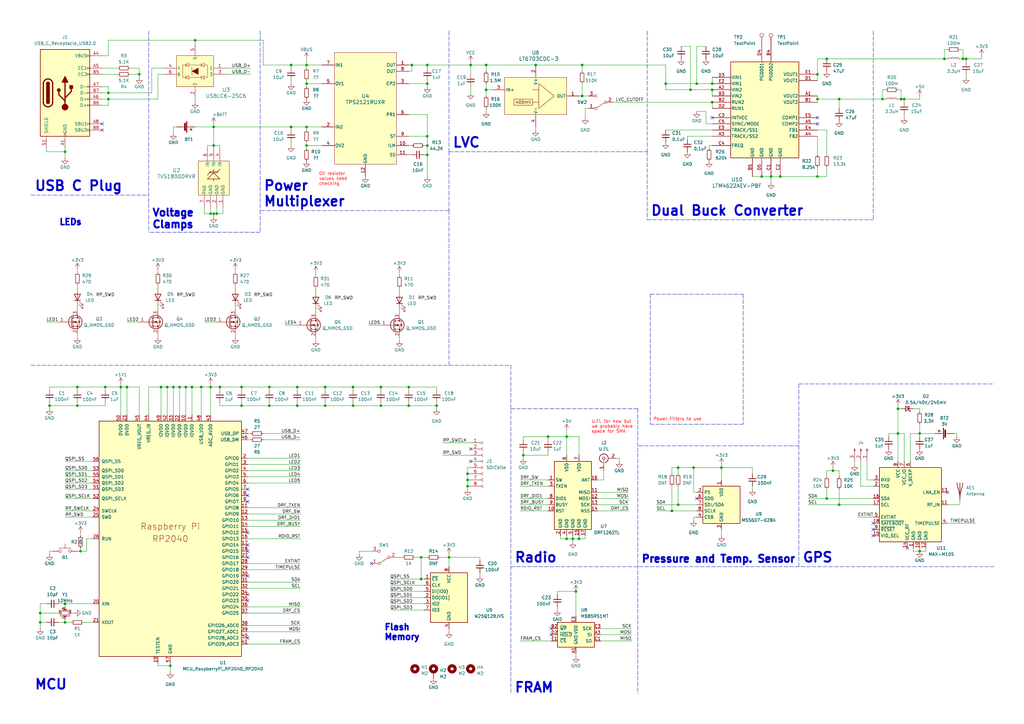
<source format=kicad_sch>
(kicad_sch (version 20230121) (generator eeschema)
  (paper "A3")
  (title_block (title "GHOUL 2024") (date "2024-02-02") (rev "2024.0") (company "UMDBPP"))
  (junction (at 33.02 226.06))
  (junction (at 125.73 59.69))
  (junction (at 377.19 226.06))
  (junction (at 175.26 59.69))
  (junction (at 278.13 207.01))
  (junction (at 82.55 158.75))
  (junction (at 292.1 36.83))
  (junction (at 26.67 247.65))
  (junction (at 133.35 158.75))
  (junction (at 99.06 158.75))
  (junction (at 285.75 34.29))
  (junction (at 167.64 158.75))
  (junction (at 26.67 62.23))
  (junction (at 275.59 209.55))
  (junction (at 284.48 191.77))
  (junction (at 335.28 30.48))
  (junction (at 156.21 158.75))
  (junction (at 339.09 24.13))
  (junction (at 78.74 158.75))
  (junction (at 369.57 40.64))
  (junction (at 80.01 16.51))
  (junction (at 191.77 199.39))
  (junction (at 341.63 193.04))
  (junction (at 69.85 273.05))
  (junction (at 125.73 34.29))
  (junction (at 144.78 166.37))
  (junction (at 335.28 40.64))
  (junction (at 121.92 158.75))
  (junction (at 368.3 167.64))
  (junction (at 172.72 228.6))
  (junction (at 168.91 26.67))
  (junction (at 335.28 72.39))
  (junction (at 57.15 30.48))
  (junction (at 43.18 158.75))
  (junction (at 278.13 191.77))
  (junction (at 76.2 158.75))
  (junction (at 191.77 194.31))
  (junction (at 199.39 26.67))
  (junction (at 73.66 158.75))
  (junction (at 396.24 24.13))
  (junction (at 20.32 166.37))
  (junction (at 86.36 158.75))
  (junction (at 167.64 166.37))
  (junction (at 232.41 220.98))
  (junction (at 125.73 52.07))
  (junction (at 184.15 228.6))
  (junction (at 49.53 158.75))
  (junction (at 199.39 36.83))
  (junction (at 125.73 26.67))
  (junction (at 232.41 179.07))
  (junction (at 119.38 52.07))
  (junction (at 179.07 166.37))
  (junction (at 238.76 39.37))
  (junction (at 16.51 255.27))
  (junction (at 344.17 40.64))
  (junction (at 90.17 158.75))
  (junction (at 214.63 186.69))
  (junction (at 224.79 179.07))
  (junction (at 320.04 72.39))
  (junction (at 316.23 72.39))
  (junction (at 68.58 158.75))
  (junction (at 368.3 177.8))
  (junction (at 99.06 166.37))
  (junction (at 110.49 166.37))
  (junction (at 387.35 24.13))
  (junction (at 283.21 36.83))
  (junction (at 377.19 177.8))
  (junction (at 361.95 40.64))
  (junction (at 31.75 166.37))
  (junction (at 87.63 59.69))
  (junction (at 86.36 87.63))
  (junction (at 193.04 26.67))
  (junction (at 238.76 26.67))
  (junction (at 52.07 158.75))
  (junction (at 44.45 38.1))
  (junction (at 66.04 158.75))
  (junction (at 87.63 52.07))
  (junction (at 339.09 204.47))
  (junction (at 172.72 237.49))
  (junction (at 236.22 242.57))
  (junction (at 175.26 26.67))
  (junction (at 16.51 251.46))
  (junction (at 110.49 158.75))
  (junction (at 273.05 34.29))
  (junction (at 370.84 40.64))
  (junction (at 175.26 63.5))
  (junction (at 121.92 166.37))
  (junction (at 237.49 220.98))
  (junction (at 87.63 87.63))
  (junction (at 71.12 158.75))
  (junction (at 295.91 191.77))
  (junction (at 88.9 87.63))
  (junction (at 175.26 34.29))
  (junction (at 156.21 166.37))
  (junction (at 234.95 220.98))
  (junction (at 26.67 255.27))
  (junction (at 44.45 40.64))
  (junction (at 144.78 158.75))
  (junction (at 292.1 41.91))
  (junction (at 344.17 207.01))
  (junction (at 191.77 196.85))
  (junction (at 175.26 55.88))
  (junction (at 119.38 26.67))
  (junction (at 219.71 26.67))
  (junction (at 31.75 158.75))
  (junction (at 312.42 72.39))
  (junction (at 133.35 166.37))
  (junction (at 292.1 34.29))
  (junction (at 394.97 24.13))
  (no_connect (at 372.11 224.79))
  (no_connect (at 193.04 189.23))
  (no_connect (at 388.62 201.93))
  (no_connect (at 101.6 203.2))
  (no_connect (at 101.6 205.74))
  (no_connect (at 358.14 217.17))
  (no_connect (at 41.91 53.34))
  (no_connect (at 335.28 50.8))
  (no_connect (at 285.75 204.47))
  (no_connect (at 152.4 231.14))
  (no_connect (at 101.6 236.22))
  (no_connect (at 193.04 184.15))
  (no_connect (at 101.6 218.44))
  (no_connect (at 226.06 257.81))
  (no_connect (at 101.6 200.66))
  (no_connect (at 335.28 48.26))
  (no_connect (at 292.1 48.26))
  (no_connect (at 226.06 260.35))
  (no_connect (at 358.14 219.71))
  (no_connect (at 101.6 243.84))
  (no_connect (at 358.14 214.63))
  (no_connect (at 101.6 246.38))
  (no_connect (at 101.6 228.6))
  (no_connect (at 101.6 226.06))
  (no_connect (at 101.6 223.52))
  (no_connect (at 41.91 50.8))
  (no_connect (at 101.6 261.62))
  (wire (pts (xy 41.91 22.86) (xy 44.45 22.86)))
  (wire (pts (xy 228.6 248.92) (xy 228.6 250.19)))
  (wire (pts (xy 175.26 46.99) (xy 175.26 55.88)))
  (wire (pts (xy 370.84 177.8) (xy 370.84 189.23)))
  (wire (pts (xy 308.61 199.39) (xy 308.61 200.66)))
  (wire (pts (xy 156.21 133.35) (xy 151.13 133.35)))
  (wire (pts (xy 335.28 72.39) (xy 320.04 72.39)))
  (polyline (pts (xy 106.68 12.7) (xy 106.68 86.36)) (stroke (width 0) (type dash)))
  (wire (pts (xy 224.79 179.07) (xy 224.79 180.34)))
  (wire (pts (xy 316.23 72.39) (xy 320.04 72.39)))
  (wire (pts (xy 20.32 166.37) (xy 20.32 167.64)))
  (wire (pts (xy 295.91 190.5) (xy 295.91 191.77)))
  (wire (pts (xy 35.56 226.06) (xy 35.56 220.98)))
  (wire (pts (xy 44.45 40.64) (xy 41.91 40.64)))
  (wire (pts (xy 163.83 118.11) (xy 163.83 119.38)))
  (wire (pts (xy 214.63 185.42) (xy 214.63 186.69)))
  (wire (pts (xy 101.6 193.04) (xy 123.19 193.04)))
  (wire (pts (xy 90.17 60.96) (xy 90.17 59.69)))
  (wire (pts (xy 26.67 60.96) (xy 26.67 62.23)))
  (wire (pts (xy 125.73 34.29) (xy 125.73 35.56)))
  (wire (pts (xy 44.45 40.64) (xy 64.77 40.64)))
  (wire (pts (xy 24.13 132.08) (xy 19.05 132.08)))
  (wire (pts (xy 26.67 189.23) (xy 38.1 189.23)))
  (wire (pts (xy 292.1 41.91) (xy 292.1 44.45)))
  (polyline (pts (xy 327.66 232.41) (xy 327.66 157.48)) (stroke (width 0) (type dash)))
  (wire (pts (xy 368.3 40.64) (xy 369.57 40.64)))
  (wire (pts (xy 52.07 158.75) (xy 49.53 158.75)))
  (wire (pts (xy 377.19 224.79) (xy 377.19 226.06)))
  (wire (pts (xy 278.13 199.39) (xy 278.13 207.01)))
  (wire (pts (xy 110.49 165.1) (xy 110.49 166.37)))
  (wire (pts (xy 344.17 193.04) (xy 344.17 195.58)))
  (wire (pts (xy 87.63 87.63) (xy 88.9 87.63)))
  (wire (pts (xy 236.22 242.57) (xy 236.22 252.73)))
  (wire (pts (xy 121.92 158.75) (xy 110.49 158.75)))
  (wire (pts (xy 369.57 36.83) (xy 369.57 40.64)))
  (wire (pts (xy 64.77 125.73) (xy 64.77 127)))
  (wire (pts (xy 101.6 220.98) (xy 123.19 220.98)))
  (wire (pts (xy 76.2 158.75) (xy 76.2 170.18)))
  (wire (pts (xy 20.32 166.37) (xy 31.75 166.37)))
  (wire (pts (xy 355.6 189.23) (xy 355.6 196.85)))
  (polyline (pts (xy 106.68 86.36) (xy 106.68 95.25)) (stroke (width 0) (type dash)))
  (wire (pts (xy 26.67 255.27) (xy 26.67 254)))
  (wire (pts (xy 107.95 16.51) (xy 107.95 26.67)))
  (wire (pts (xy 213.36 207.01) (xy 224.79 207.01)))
  (wire (pts (xy 101.6 208.28) (xy 123.19 208.28)))
  (wire (pts (xy 285.75 19.05) (xy 285.75 34.29)))
  (wire (pts (xy 69.85 273.05) (xy 69.85 275.59)))
  (wire (pts (xy 278.13 191.77) (xy 278.13 194.31)))
  (wire (pts (xy 245.11 196.85) (xy 247.65 196.85)))
  (wire (pts (xy 273.05 34.29) (xy 285.75 34.29)))
  (wire (pts (xy 167.64 34.29) (xy 175.26 34.29)))
  (wire (pts (xy 232.41 220.98) (xy 234.95 220.98)))
  (wire (pts (xy 44.45 16.51) (xy 80.01 16.51)))
  (wire (pts (xy 147.32 227.33) (xy 147.32 226.06)))
  (wire (pts (xy 16.51 255.27) (xy 19.05 255.27)))
  (wire (pts (xy 278.13 191.77) (xy 284.48 191.77)))
  (wire (pts (xy 193.04 26.67) (xy 199.39 26.67)))
  (polyline (pts (xy 265.43 62.23) (xy 265.43 90.17)) (stroke (width 0) (type dash)))
  (polyline (pts (xy 209.55 149.86) (xy 209.55 284.48)) (stroke (width 0) (type dash)))
  (wire (pts (xy 43.18 158.75) (xy 49.53 158.75)))
  (wire (pts (xy 341.63 191.77) (xy 341.63 193.04)))
  (wire (pts (xy 377.19 40.64) (xy 370.84 40.64)))
  (wire (pts (xy 213.36 199.39) (xy 224.79 199.39)))
  (wire (pts (xy 160.02 240.03) (xy 173.99 240.03)))
  (wire (pts (xy 246.38 257.81) (xy 259.08 257.81)))
  (wire (pts (xy 101.6 187.96) (xy 123.19 187.96)))
  (wire (pts (xy 156.21 165.1) (xy 156.21 166.37)))
  (wire (pts (xy 163.83 127) (xy 163.83 128.27)))
  (wire (pts (xy 76.2 158.75) (xy 78.74 158.75)))
  (wire (pts (xy 374.65 167.64) (xy 377.19 167.64)))
  (wire (pts (xy 369.57 40.64) (xy 370.84 40.64)))
  (wire (pts (xy 254 187.96) (xy 254 189.23)))
  (wire (pts (xy 43.18 160.02) (xy 43.18 158.75)))
  (wire (pts (xy 167.64 29.21) (xy 168.91 29.21)))
  (wire (pts (xy 99.06 165.1) (xy 99.06 166.37)))
  (wire (pts (xy 289.56 50.8) (xy 292.1 50.8)))
  (wire (pts (xy 86.36 157.48) (xy 86.36 158.75)))
  (wire (pts (xy 20.32 160.02) (xy 20.32 158.75)))
  (wire (pts (xy 396.24 24.13) (xy 402.59 24.13)))
  (wire (pts (xy 20.32 158.75) (xy 31.75 158.75)))
  (wire (pts (xy 60.96 158.75) (xy 66.04 158.75)))
  (wire (pts (xy 31.75 166.37) (xy 43.18 166.37)))
  (wire (pts (xy 275.59 194.31) (xy 275.59 191.77)))
  (wire (pts (xy 167.64 59.69) (xy 168.91 59.69)))
  (wire (pts (xy 393.7 207.01) (xy 388.62 207.01)))
  (wire (pts (xy 179.07 165.1) (xy 179.07 166.37)))
  (wire (pts (xy 284.48 212.09) (xy 284.48 213.36)))
  (wire (pts (xy 121.92 133.35) (xy 116.84 133.35)))
  (wire (pts (xy 107.95 26.67) (xy 119.38 26.67)))
  (wire (pts (xy 167.64 63.5) (xy 168.91 63.5)))
  (wire (pts (xy 156.21 166.37) (xy 167.64 166.37)))
  (wire (pts (xy 26.67 195.58) (xy 38.1 195.58)))
  (wire (pts (xy 33.02 226.06) (xy 33.02 224.79)))
  (polyline (pts (xy 12.7 149.86) (xy 209.55 149.86)) (stroke (width 0) (type dash)))
  (wire (pts (xy 168.91 29.21) (xy 168.91 26.67)))
  (wire (pts (xy 393.7 205.74) (xy 393.7 207.01)))
  (wire (pts (xy 350.52 189.23) (xy 350.52 190.5)))
  (wire (pts (xy 238.76 39.37) (xy 241.3 39.37)))
  (wire (pts (xy 173.99 63.5) (xy 175.26 63.5)))
  (wire (pts (xy 26.67 62.23) (xy 26.67 64.77)))
  (wire (pts (xy 26.67 247.65) (xy 26.67 248.92)))
  (wire (pts (xy 90.17 59.69) (xy 87.63 59.69)))
  (wire (pts (xy 335.28 72.39) (xy 339.09 72.39)))
  (wire (pts (xy 246.38 260.35) (xy 259.08 260.35)))
  (wire (pts (xy 368.3 167.64) (xy 369.57 167.64)))
  (wire (pts (xy 394.97 20.32) (xy 394.97 24.13)))
  (wire (pts (xy 133.35 158.75) (xy 121.92 158.75)))
  (wire (pts (xy 16.51 251.46) (xy 24.13 251.46)))
  (wire (pts (xy 364.49 179.07) (xy 364.49 177.8)))
  (wire (pts (xy 73.66 158.75) (xy 73.66 170.18)))
  (wire (pts (xy 232.41 219.71) (xy 232.41 220.98)))
  (wire (pts (xy 88.9 85.09) (xy 88.9 87.63)))
  (wire (pts (xy 240.03 220.98) (xy 237.49 220.98)))
  (wire (pts (xy 214.63 186.69) (xy 224.79 186.69)))
  (wire (pts (xy 240.03 219.71) (xy 240.03 220.98)))
  (wire (pts (xy 289.56 45.72) (xy 289.56 50.8)))
  (wire (pts (xy 31.75 158.75) (xy 31.75 160.02)))
  (wire (pts (xy 125.73 52.07) (xy 125.73 53.34)))
  (wire (pts (xy 273.05 34.29) (xy 273.05 36.83)))
  (wire (pts (xy 214.63 186.69) (xy 214.63 187.96)))
  (wire (pts (xy 370.84 40.64) (xy 370.84 41.91)))
  (wire (pts (xy 339.09 68.58) (xy 339.09 72.39)))
  (wire (pts (xy 101.6 195.58) (xy 123.19 195.58)))
  (wire (pts (xy 133.35 165.1) (xy 133.35 166.37)))
  (wire (pts (xy 101.6 213.36) (xy 123.19 213.36)))
  (wire (pts (xy 121.92 166.37) (xy 133.35 166.37)))
  (wire (pts (xy 193.04 25.4) (xy 193.04 26.67)))
  (wire (pts (xy 31.75 165.1) (xy 31.75 166.37)))
  (wire (pts (xy 167.64 158.75) (xy 156.21 158.75)))
  (wire (pts (xy 285.75 45.72) (xy 289.56 45.72)))
  (wire (pts (xy 125.73 24.13) (xy 125.73 26.67)))
  (wire (pts (xy 331.47 204.47) (xy 339.09 204.47)))
  (wire (pts (xy 71.12 52.07) (xy 72.39 52.07)))
  (wire (pts (xy 275.59 191.77) (xy 278.13 191.77)))
  (wire (pts (xy 339.09 193.04) (xy 339.09 195.58)))
  (wire (pts (xy 283.21 36.83) (xy 283.21 19.05)))
  (wire (pts (xy 119.38 58.42) (xy 119.38 59.69)))
  (wire (pts (xy 125.73 34.29) (xy 132.08 34.29)))
  (wire (pts (xy 167.64 46.99) (xy 175.26 46.99)))
  (polyline (pts (xy 327.66 157.48) (xy 407.67 157.48)) (stroke (width 0) (type dash)))
  (wire (pts (xy 180.34 228.6) (xy 184.15 228.6)))
  (wire (pts (xy 392.43 177.8) (xy 391.16 177.8)))
  (wire (pts (xy 133.35 166.37) (xy 144.78 166.37)))
  (wire (pts (xy 379.73 226.06) (xy 377.19 226.06)))
  (wire (pts (xy 160.02 237.49) (xy 172.72 237.49)))
  (wire (pts (xy 175.26 55.88) (xy 175.26 59.69)))
  (wire (pts (xy 20.32 227.33) (xy 20.32 226.06)))
  (wire (pts (xy 156.21 158.75) (xy 144.78 158.75)))
  (wire (pts (xy 71.12 158.75) (xy 71.12 170.18)))
  (polyline (pts (xy 265.43 12.7) (xy 265.43 62.23)) (stroke (width 0) (type dash)))
  (wire (pts (xy 110.49 166.37) (xy 121.92 166.37)))
  (wire (pts (xy 245.11 207.01) (xy 257.81 207.01)))
  (wire (pts (xy 125.73 59.69) (xy 132.08 59.69)))
  (wire (pts (xy 273.05 53.34) (xy 292.1 53.34)))
  (wire (pts (xy 119.38 33.02) (xy 119.38 34.29)))
  (wire (pts (xy 335.28 68.58) (xy 335.28 72.39)))
  (wire (pts (xy 57.15 30.48) (xy 57.15 31.75)))
  (wire (pts (xy 57.15 158.75) (xy 52.07 158.75)))
  (polyline (pts (xy 261.62 167.64) (xy 261.62 284.48)) (stroke (width 0) (type dash)))
  (wire (pts (xy 269.24 209.55) (xy 275.59 209.55)))
  (wire (pts (xy 16.51 251.46) (xy 16.51 247.65)))
  (wire (pts (xy 144.78 158.75) (xy 144.78 160.02)))
  (wire (pts (xy 281.94 55.88) (xy 281.94 57.15)))
  (wire (pts (xy 245.11 209.55) (xy 257.81 209.55)))
  (wire (pts (xy 292.1 36.83) (xy 292.1 39.37)))
  (wire (pts (xy 163.83 138.43) (xy 163.83 139.7)))
  (wire (pts (xy 102.87 27.94) (xy 92.71 27.94)))
  (wire (pts (xy 285.75 19.05) (xy 289.56 19.05)))
  (wire (pts (xy 96.52 116.84) (xy 96.52 118.11)))
  (wire (pts (xy 392.43 179.07) (xy 392.43 177.8)))
  (wire (pts (xy 238.76 26.67) (xy 238.76 29.21)))
  (wire (pts (xy 64.77 273.05) (xy 69.85 273.05)))
  (wire (pts (xy 387.35 24.13) (xy 388.62 24.13)))
  (wire (pts (xy 373.38 177.8) (xy 377.19 177.8)))
  (wire (pts (xy 53.34 27.94) (xy 57.15 27.94)))
  (wire (pts (xy 101.6 238.76) (xy 123.19 238.76)))
  (wire (pts (xy 26.67 193.04) (xy 38.1 193.04)))
  (wire (pts (xy 335.28 33.02) (xy 335.28 30.48)))
  (wire (pts (xy 344.17 40.64) (xy 361.95 40.64)))
  (wire (pts (xy 285.75 34.29) (xy 292.1 34.29)))
  (wire (pts (xy 335.28 24.13) (xy 339.09 24.13)))
  (wire (pts (xy 102.87 30.48) (xy 92.71 30.48)))
  (wire (pts (xy 353.06 189.23) (xy 353.06 199.39)))
  (wire (pts (xy 199.39 26.67) (xy 199.39 29.21)))
  (wire (pts (xy 88.9 132.08) (xy 83.82 132.08)))
  (wire (pts (xy 193.04 35.56) (xy 193.04 38.1)))
  (wire (pts (xy 196.85 236.22) (xy 196.85 234.95)))
  (wire (pts (xy 285.75 201.93) (xy 284.48 201.93)))
  (wire (pts (xy 234.95 220.98) (xy 234.95 222.25)))
  (wire (pts (xy 396.24 30.48) (xy 396.24 31.75)))
  (wire (pts (xy 101.6 233.68) (xy 123.19 233.68)))
  (wire (pts (xy 160.02 245.11) (xy 173.99 245.11)))
  (wire (pts (xy 175.26 26.67) (xy 175.26 27.94)))
  (wire (pts (xy 240.03 48.26) (xy 240.03 44.45)))
  (wire (pts (xy 237.49 219.71) (xy 237.49 220.98)))
  (wire (pts (xy 226.06 262.89) (xy 213.36 262.89)))
  (wire (pts (xy 179.07 160.02) (xy 179.07 158.75)))
  (wire (pts (xy 162.56 228.6) (xy 165.1 228.6)))
  (wire (pts (xy 119.38 52.07) (xy 119.38 53.34)))
  (wire (pts (xy 236.22 267.97) (xy 236.22 269.24)))
  (wire (pts (xy 175.26 33.02) (xy 175.26 34.29)))
  (wire (pts (xy 191.77 196.85) (xy 193.04 196.85)))
  (polyline (pts (xy 209.55 232.41) (xy 407.67 232.41)) (stroke (width 0) (type dash)))
  (wire (pts (xy 172.72 237.49) (xy 173.99 237.49)))
  (wire (pts (xy 57.15 132.08) (xy 52.07 132.08)))
  (wire (pts (xy 339.09 200.66) (xy 339.09 204.47)))
  (wire (pts (xy 394.97 24.13) (xy 396.24 24.13)))
  (wire (pts (xy 237.49 220.98) (xy 234.95 220.98)))
  (wire (pts (xy 199.39 34.29) (xy 199.39 36.83)))
  (wire (pts (xy 377.19 168.91) (xy 377.19 167.64)))
  (wire (pts (xy 119.38 26.67) (xy 125.73 26.67)))
  (wire (pts (xy 184.15 257.81) (xy 184.15 259.08)))
  (wire (pts (xy 35.56 220.98) (xy 38.1 220.98)))
  (wire (pts (xy 238.76 34.29) (xy 238.76 39.37)))
  (polyline (pts (xy 184.15 86.36) (xy 184.15 149.86)) (stroke (width 0) (type dash)))
  (wire (pts (xy 83.82 87.63) (xy 86.36 87.63)))
  (wire (pts (xy 368.3 167.64) (xy 368.3 177.8)))
  (polyline (pts (xy 358.14 12.7) (xy 358.14 90.17)) (stroke (width 0) (type dash)))
  (wire (pts (xy 101.6 215.9) (xy 123.19 215.9)))
  (wire (pts (xy 69.85 271.78) (xy 69.85 273.05)))
  (wire (pts (xy 26.67 255.27) (xy 29.21 255.27)))
  (wire (pts (xy 361.95 40.64) (xy 363.22 40.64)))
  (wire (pts (xy 364.49 177.8) (xy 368.3 177.8)))
  (wire (pts (xy 278.13 207.01) (xy 285.75 207.01)))
  (wire (pts (xy 335.28 40.64) (xy 335.28 41.91)))
  (wire (pts (xy 214.63 180.34) (xy 214.63 179.07)))
  (wire (pts (xy 377.19 177.8) (xy 383.54 177.8)))
  (wire (pts (xy 275.59 199.39) (xy 275.59 209.55)))
  (wire (pts (xy 144.78 158.75) (xy 133.35 158.75)))
  (wire (pts (xy 41.91 43.18) (xy 44.45 43.18)))
  (wire (pts (xy 160.02 247.65) (xy 173.99 247.65)))
  (wire (pts (xy 167.64 158.75) (xy 167.64 160.02)))
  (wire (pts (xy 78.74 170.18) (xy 78.74 158.75)))
  (wire (pts (xy 175.26 59.69) (xy 175.26 63.5)))
  (wire (pts (xy 179.07 158.75) (xy 167.64 158.75)))
  (wire (pts (xy 101.6 177.8) (xy 102.87 177.8)))
  (wire (pts (xy 184.15 228.6) (xy 184.15 227.33)))
  (wire (pts (xy 80.01 40.64) (xy 80.01 41.91)))
  (wire (pts (xy 64.77 30.48) (xy 67.31 30.48)))
  (wire (pts (xy 193.04 26.67) (xy 193.04 30.48)))
  (wire (pts (xy 49.53 158.75) (xy 49.53 157.48)))
  (polyline (pts (xy 209.55 167.64) (xy 261.62 167.64)) (stroke (width 0) (type dash)))
  (wire (pts (xy 387.35 20.32) (xy 387.35 24.13)))
  (wire (pts (xy 44.45 35.56) (xy 44.45 38.1)))
  (wire (pts (xy 99.06 166.37) (xy 110.49 166.37)))
  (polyline (pts (xy 184.15 62.23) (xy 265.43 62.23)) (stroke (width 0) (type dash)))
  (wire (pts (xy 377.19 177.8) (xy 377.19 179.07)))
  (wire (pts (xy 110.49 158.75) (xy 110.49 160.02)))
  (wire (pts (xy 396.24 24.13) (xy 396.24 25.4)))
  (wire (pts (xy 31.75 226.06) (xy 33.02 226.06)))
  (wire (pts (xy 144.78 165.1) (xy 144.78 166.37)))
  (wire (pts (xy 129.54 111.76) (xy 129.54 113.03)))
  (wire (pts (xy 292.1 55.88) (xy 281.94 55.88)))
  (wire (pts (xy 33.02 218.44) (xy 33.02 219.71)))
  (wire (pts (xy 90.17 165.1) (xy 90.17 166.37)))
  (wire (pts (xy 20.32 226.06) (xy 21.59 226.06)))
  (wire (pts (xy 125.73 52.07) (xy 132.08 52.07)))
  (wire (pts (xy 57.15 170.18) (xy 57.15 158.75)))
  (wire (pts (xy 41.91 30.48) (xy 48.26 30.48)))
  (wire (pts (xy 245.11 204.47) (xy 257.81 204.47)))
  (wire (pts (xy 16.51 255.27) (xy 16.51 251.46)))
  (wire (pts (xy 175.26 35.56) (xy 175.26 34.29)))
  (wire (pts (xy 62.23 27.94) (xy 67.31 27.94)))
  (wire (pts (xy 101.6 251.46) (xy 123.19 251.46)))
  (wire (pts (xy 144.78 166.37) (xy 156.21 166.37)))
  (wire (pts (xy 31.75 110.49) (xy 31.75 111.76)))
  (wire (pts (xy 96.52 137.16) (xy 96.52 138.43)))
  (wire (pts (xy 34.29 255.27) (xy 38.1 255.27)))
  (wire (pts (xy 368.3 166.37) (xy 368.3 167.64)))
  (wire (pts (xy 16.51 247.65) (xy 19.05 247.65)))
  (wire (pts (xy 60.96 170.18) (xy 60.96 158.75)))
  (wire (pts (xy 283.21 19.05) (xy 279.4 19.05)))
  (wire (pts (xy 80.01 52.07) (xy 87.63 52.07)))
  (wire (pts (xy 199.39 36.83) (xy 201.93 36.83)))
  (wire (pts (xy 168.91 26.67) (xy 175.26 26.67)))
  (wire (pts (xy 87.63 52.07) (xy 87.63 59.69)))
  (wire (pts (xy 167.64 55.88) (xy 175.26 55.88)))
  (wire (pts (xy 193.04 194.31) (xy 191.77 194.31)))
  (wire (pts (xy 87.63 87.63) (xy 87.63 88.9)))
  (wire (pts (xy 66.04 158.75) (xy 68.58 158.75)))
  (wire (pts (xy 44.45 22.86) (xy 44.45 16.51)))
  (wire (pts (xy 101.6 231.14) (xy 123.19 231.14)))
  (wire (pts (xy 31.75 137.16) (xy 31.75 138.43)))
  (wire (pts (xy 29.21 251.46) (xy 30.48 251.46)))
  (wire (pts (xy 219.71 26.67) (xy 238.76 26.67)))
  (wire (pts (xy 101.6 210.82) (xy 123.19 210.82)))
  (polyline (pts (xy 265.43 90.17) (xy 358.14 90.17)) (stroke (width 0) (type dash)))
  (wire (pts (xy 53.34 30.48) (xy 57.15 30.48)))
  (wire (pts (xy 121.92 165.1) (xy 121.92 166.37)))
  (wire (pts (xy 252.73 187.96) (xy 254 187.96)))
  (wire (pts (xy 219.71 52.07) (xy 219.71 53.34)))
  (wire (pts (xy 368.3 177.8) (xy 368.3 189.23)))
  (wire (pts (xy 68.58 158.75) (xy 71.12 158.75)))
  (polyline (pts (xy 266.7 120.65) (xy 266.7 173.99)) (stroke (width 0) (type dash)))
  (wire (pts (xy 351.79 212.09) (xy 358.14 212.09)))
  (wire (pts (xy 101.6 259.08) (xy 123.19 259.08)))
  (wire (pts (xy 41.91 27.94) (xy 48.26 27.94)))
  (wire (pts (xy 245.11 201.93) (xy 257.81 201.93)))
  (wire (pts (xy 172.72 228.6) (xy 172.72 237.49)))
  (wire (pts (xy 52.07 158.75) (xy 52.07 170.18)))
  (wire (pts (xy 49.53 158.75) (xy 49.53 170.18)))
  (wire (pts (xy 290.83 59.69) (xy 292.1 59.69)))
  (wire (pts (xy 43.18 165.1) (xy 43.18 166.37)))
  (polyline (pts (xy 304.8 173.99) (xy 266.7 173.99)) (stroke (width 0) (type dash)))
  (wire (pts (xy 86.36 87.63) (xy 87.63 87.63)))
  (wire (pts (xy 101.6 264.16) (xy 123.19 264.16)))
  (wire (pts (xy 101.6 180.34) (xy 102.87 180.34)))
  (wire (pts (xy 125.73 26.67) (xy 132.08 26.67)))
  (wire (pts (xy 175.26 26.67) (xy 193.04 26.67)))
  (wire (pts (xy 312.42 72.39) (xy 316.23 72.39)))
  (wire (pts (xy 87.63 59.69) (xy 87.63 60.96)))
  (wire (pts (xy 273.05 36.83) (xy 283.21 36.83)))
  (wire (pts (xy 24.13 247.65) (xy 26.67 247.65)))
  (wire (pts (xy 377.19 39.37) (xy 377.19 40.64)))
  (wire (pts (xy 335.28 63.5) (xy 335.28 55.88)))
  (wire (pts (xy 167.64 26.67) (xy 168.91 26.67)))
  (wire (pts (xy 240.03 44.45) (xy 241.3 44.45)))
  (wire (pts (xy 44.45 38.1) (xy 41.91 38.1)))
  (wire (pts (xy 295.91 191.77) (xy 308.61 191.77)))
  (wire (pts (xy 224.79 179.07) (xy 232.41 179.07)))
  (wire (pts (xy 335.28 30.48) (xy 335.28 24.13)))
  (wire (pts (xy 358.14 199.39) (xy 353.06 199.39)))
  (wire (pts (xy 64.77 137.16) (xy 64.77 138.43)))
  (polyline (pts (xy 184.15 86.36) (xy 106.68 86.36)) (stroke (width 0) (type dash)))
  (wire (pts (xy 224.79 185.42) (xy 224.79 186.69)))
  (wire (pts (xy 247.65 193.04) (xy 247.65 196.85)))
  (wire (pts (xy 213.36 204.47) (xy 224.79 204.47)))
  (wire (pts (xy 339.09 63.5) (xy 339.09 53.34)))
  (wire (pts (xy 393.7 24.13) (xy 394.97 24.13)))
  (wire (pts (xy 173.99 59.69) (xy 175.26 59.69)))
  (wire (pts (xy 101.6 198.12) (xy 123.19 198.12)))
  (wire (pts (xy 31.75 125.73) (xy 31.75 127)))
  (wire (pts (xy 344.17 200.66) (xy 344.17 207.01)))
  (wire (pts (xy 344.17 207.01) (xy 358.14 207.01)))
  (polyline (pts (xy 184.15 62.23) (xy 184.15 86.36)) (stroke (width 0) (type dash)))
  (wire (pts (xy 101.6 256.54) (xy 123.19 256.54)))
  (wire (pts (xy 19.05 60.96) (xy 19.05 62.23)))
  (wire (pts (xy 167.64 166.37) (xy 179.07 166.37)))
  (wire (pts (xy 341.63 193.04) (xy 344.17 193.04)))
  (wire (pts (xy 31.75 158.75) (xy 43.18 158.75)))
  (wire (pts (xy 90.17 166.37) (xy 99.06 166.37)))
  (wire (pts (xy 361.95 36.83) (xy 363.22 36.83)))
  (wire (pts (xy 80.01 16.51) (xy 80.01 17.78)))
  (wire (pts (xy 125.73 58.42) (xy 125.73 59.69)))
  (wire (pts (xy 388.62 214.63) (xy 400.05 214.63)))
  (wire (pts (xy 167.64 165.1) (xy 167.64 166.37)))
  (wire (pts (xy 57.15 27.94) (xy 57.15 30.48)))
  (wire (pts (xy 237.49 186.69) (xy 237.49 179.07)))
  (wire (pts (xy 87.63 52.07) (xy 119.38 52.07)))
  (wire (pts (xy 290.83 59.69) (xy 290.83 60.96)))
  (wire (pts (xy 238.76 26.67) (xy 273.05 26.67)))
  (wire (pts (xy 96.52 110.49) (xy 96.52 111.76)))
  (wire (pts (xy 73.66 158.75) (xy 76.2 158.75)))
  (wire (pts (xy 85.09 59.69) (xy 87.63 59.69)))
  (wire (pts (xy 393.7 20.32) (xy 394.97 20.32)))
  (polyline (pts (xy 106.68 95.25) (xy 60.96 95.25)) (stroke (width 0) (type dash)))
  (wire (pts (xy 147.32 226.06) (xy 152.4 226.06)))
  (wire (pts (xy 191.77 194.31) (xy 191.77 196.85)))
  (wire (pts (xy 284.48 212.09) (xy 285.75 212.09)))
  (wire (pts (xy 26.67 200.66) (xy 38.1 200.66)))
  (wire (pts (xy 377.19 226.06) (xy 374.65 226.06)))
  (wire (pts (xy 101.6 241.3) (xy 123.19 241.3)))
  (wire (pts (xy 273.05 26.67) (xy 273.05 34.29)))
  (wire (pts (xy 339.09 24.13) (xy 387.35 24.13)))
  (wire (pts (xy 295.91 217.17) (xy 295.91 219.71)))
  (wire (pts (xy 361.95 36.83) (xy 361.95 40.64)))
  (wire (pts (xy 181.61 186.69) (xy 193.04 186.69)))
  (wire (pts (xy 99.06 158.75) (xy 90.17 158.75)))
  (wire (pts (xy 125.73 26.67) (xy 125.73 27.94)))
  (wire (pts (xy 251.46 41.91) (xy 292.1 41.91)))
  (wire (pts (xy 107.95 177.8) (xy 123.19 177.8)))
  (polyline (pts (xy 327.66 182.88) (xy 261.62 182.88)) (stroke (width 0) (type dash)))
  (wire (pts (xy 86.36 158.75) (xy 90.17 158.75)))
  (wire (pts (xy 373.38 189.23) (xy 373.38 177.8)))
  (wire (pts (xy 129.54 127) (xy 129.54 128.27)))
  (wire (pts (xy 175.26 63.5) (xy 175.26 72.39)))
  (wire (pts (xy 101.6 248.92) (xy 123.19 248.92)))
  (wire (pts (xy 228.6 242.57) (xy 236.22 242.57)))
  (wire (pts (xy 191.77 199.39) (xy 193.04 199.39)))
  (wire (pts (xy 119.38 26.67) (xy 119.38 27.94)))
  (wire (pts (xy 26.67 198.12) (xy 38.1 198.12)))
  (wire (pts (xy 295.91 191.77) (xy 295.91 196.85)))
  (wire (pts (xy 91.44 87.63) (xy 91.44 85.09)))
  (wire (pts (xy 184.15 228.6) (xy 196.85 228.6)))
  (polyline (pts (xy 304.8 120.65) (xy 304.8 173.99)) (stroke (width 0) (type dash)))
  (wire (pts (xy 101.6 190.5) (xy 123.19 190.5)))
  (wire (pts (xy 71.12 54.61) (xy 71.12 52.07)))
  (wire (pts (xy 191.77 191.77) (xy 193.04 191.77)))
  (wire (pts (xy 339.09 53.34) (xy 335.28 53.34)))
  (wire (pts (xy 64.77 116.84) (xy 64.77 118.11)))
  (wire (pts (xy 237.49 39.37) (xy 238.76 39.37)))
  (wire (pts (xy 26.67 204.47) (xy 38.1 204.47)))
  (wire (pts (xy 80.01 16.51) (xy 107.95 16.51)))
  (wire (pts (xy 110.49 158.75) (xy 99.06 158.75)))
  (wire (pts (xy 284.48 191.77) (xy 295.91 191.77)))
  (wire (pts (xy 16.51 257.81) (xy 16.51 255.27)))
  (wire (pts (xy 237.49 179.07) (xy 232.41 179.07)))
  (wire (pts (xy 129.54 118.11) (xy 129.54 119.38)))
  (wire (pts (xy 284.48 191.77) (xy 284.48 201.93)))
  (wire (pts (xy 234.95 219.71) (xy 234.95 220.98)))
  (wire (pts (xy 232.41 179.07) (xy 232.41 186.69)))
  (wire (pts (xy 335.28 39.37) (xy 335.28 40.64)))
  (wire (pts (xy 20.32 165.1) (xy 20.32 166.37)))
  (wire (pts (xy 26.67 212.09) (xy 38.1 212.09)))
  (wire (pts (xy 292.1 31.75) (xy 292.1 34.29)))
  (wire (pts (xy 82.55 158.75) (xy 82.55 170.18)))
  (wire (pts (xy 275.59 209.55) (xy 285.75 209.55)))
  (wire (pts (xy 78.74 158.75) (xy 82.55 158.75)))
  (wire (pts (xy 66.04 158.75) (xy 66.04 170.18)))
  (wire (pts (xy 199.39 45.72) (xy 199.39 44.45)))
  (wire (pts (xy 179.07 166.37) (xy 179.07 167.64)))
  (wire (pts (xy 31.75 116.84) (xy 31.75 118.11)))
  (wire (pts (xy 339.09 204.47) (xy 358.14 204.47)))
  (wire (pts (xy 335.28 40.64) (xy 344.17 40.64)))
  (wire (pts (xy 83.82 85.09) (xy 83.82 87.63)))
  (wire (pts (xy 82.55 158.75) (xy 86.36 158.75)))
  (wire (pts (xy 160.02 250.19) (xy 173.99 250.19)))
  (wire (pts (xy 62.23 38.1) (xy 62.23 27.94)))
  (polyline (pts (xy 266.7 120.65) (xy 304.8 120.65)) (stroke (width 0) (type dash)))
  (polyline (pts (xy 184.15 12.7) (xy 184.15 62.23)) (stroke (width 0) (type dash)))
  (wire (pts (xy 269.24 207.01) (xy 278.13 207.01)))
  (wire (pts (xy 374.65 224.79) (xy 374.65 226.06)))
  (wire (pts (xy 96.52 125.73) (xy 96.52 127)))
  (polyline (pts (xy 60.96 12.7) (xy 60.96 95.25)) (stroke (width 0) (type dash)))
  (wire (pts (xy 163.83 111.76) (xy 163.83 113.03)))
  (wire (pts (xy 160.02 242.57) (xy 173.99 242.57)))
  (wire (pts (xy 26.67 62.23) (xy 19.05 62.23)))
  (wire (pts (xy 370.84 46.99) (xy 370.84 48.26)))
  (wire (pts (xy 339.09 193.04) (xy 341.63 193.04)))
  (wire (pts (xy 191.77 191.77) (xy 191.77 194.31)))
  (wire (pts (xy 121.92 158.75) (xy 121.92 160.02)))
  (wire (pts (xy 88.9 87.63) (xy 91.44 87.63)))
  (wire (pts (xy 387.35 20.32) (xy 388.62 20.32)))
  (wire (pts (xy 129.54 138.43) (xy 129.54 139.7)))
  (polyline (pts (xy 12.7 80.01) (xy 60.96 80.01)) (stroke (width 0) (type dash)))
  (wire (pts (xy 125.73 33.02) (xy 125.73 34.29)))
  (wire (pts (xy 156.21 158.75) (xy 156.21 160.02)))
  (wire (pts (xy 33.02 226.06) (xy 35.56 226.06)))
  (wire (pts (xy 308.61 72.39) (xy 312.42 72.39)))
  (wire (pts (xy 331.47 207.01) (xy 344.17 207.01)))
  (wire (pts (xy 229.87 220.98) (xy 232.41 220.98)))
  (wire (pts (xy 213.36 196.85) (xy 224.79 196.85)))
  (wire (pts (xy 119.38 52.07) (xy 125.73 52.07)))
  (wire (pts (xy 64.77 40.64) (xy 64.77 30.48)))
  (wire (pts (xy 232.41 176.53) (xy 232.41 179.07)))
  (wire (pts (xy 86.36 158.75) (xy 86.36 170.18)))
  (wire (pts (xy 358.14 196.85) (xy 355.6 196.85)))
  (wire (pts (xy 68.58 158.75) (xy 68.58 170.18)))
  (wire (pts (xy 229.87 219.71) (xy 229.87 220.98)))
  (wire (pts (xy 170.18 228.6) (xy 172.72 228.6)))
  (wire (pts (xy 246.38 262.89) (xy 259.08 262.89)))
  (wire (pts (xy 228.6 243.84) (xy 228.6 242.57)))
  (wire (pts (xy 283.21 36.83) (xy 292.1 36.83)))
  (wire (pts (xy 86.36 85.09) (xy 86.36 87.63)))
  (wire (pts (xy 90.17 158.75) (xy 90.17 160.02)))
  (wire (pts (xy 125.73 59.69) (xy 125.73 60.96)))
  (wire (pts (xy 44.45 43.18) (xy 44.45 40.64)))
  (wire (pts (xy 214.63 179.07) (xy 224.79 179.07)))
  (wire (pts (xy 64.77 271.78) (xy 64.77 273.05)))
  (wire (pts (xy 172.72 228.6) (xy 175.26 228.6)))
  (wire (pts (xy 191.77 200.66) (xy 191.77 199.39)))
  (wire (pts (xy 26.67 209.55) (xy 38.1 209.55)))
  (wire (pts (xy 184.15 228.6) (xy 184.15 232.41)))
  (wire (pts (xy 24.13 255.27) (xy 26.67 255.27)))
  (wire (pts (xy 181.61 181.61) (xy 193.04 181.61)))
  (wire (pts (xy 308.61 191.77) (xy 308.61 194.31)))
  (wire (pts (xy 213.36 209.55) (xy 224.79 209.55)))
  (wire (pts (xy 99.06 158.75) (xy 99.06 160.02)))
  (wire (pts (xy 64.77 110.49) (xy 64.77 111.76)))
  (wire (pts (xy 199.39 39.37) (xy 199.39 36.83)))
  (wire (pts (xy 402.59 22.86) (xy 402.59 24.13)))
  (wire (pts (xy 377.19 173.99) (xy 377.19 177.8)))
  (wire (pts (xy 196.85 228.6) (xy 196.85 229.87)))
  (wire (pts (xy 133.35 158.75) (xy 133.35 160.02)))
  (wire (pts (xy 87.63 50.8) (xy 87.63 52.07)))
  (wire (pts (xy 379.73 224.79) (xy 379.73 226.06)))
  (wire (pts (xy 191.77 199.39) (xy 191.77 196.85)))
  (wire (pts (xy 41.91 35.56) (xy 44.45 35.56)))
  (wire (pts (xy 316.23 74.93) (xy 316.23 72.39)))
  (wire (pts (xy 368.3 36.83) (xy 369.57 36.83)))
  (wire (pts (xy 44.45 38.1) (xy 62.23 38.1)))
  (wire (pts (xy 85.09 60.96) (xy 85.09 59.69)))
  (wire (pts (xy 199.39 26.67) (xy 219.71 26.67)))
  (wire (pts (xy 71.12 158.75) (xy 73.66 158.75)))
  (wire (pts (xy 107.95 180.34) (xy 123.19 180.34)))
  (wire (pts (xy 344.17 44.45) (xy 344.17 40.64)))
  (wire (pts (xy 26.67 247.65) (xy 38.1 247.65)))
  (wire (pts (xy 370.84 177.8) (xy 368.3 177.8)))
  (text "MCU\n" (at 13.97 283.21 0) (effects (font (size 4 4) (thickness 0.8) bold) (justify left bottom)))
  (text "Voltage\nClamps" (at 62.23 93.98 0) (effects (font (size 3 3) (thickness 0.8) bold) (justify left bottom)))
  (text "TODO:\n- Cutdown Power" (at 511.81 77.47 0) (effects (font (size 5.08 5.08) (thickness 1.016) bold) (justify left bottom)))
  (text "LEDs" (at 24.13 92.71 0) (effects (font (size 2.5 2.5) (thickness 0.8) bold) (justify left bottom)))
  (text "Dual Buck Converter" (at 266.7 88.9 0) (effects (font (size 4 4) (thickness 0.8) bold) (justify left bottom)))
  (text "Flash\nMemory" (at 157.48 262.89 0) (effects (font (size 2.5 2.5) (thickness 0.8) bold) (justify left bottom)))
  (text "FRAM" (at 210.82 284.48 0) (effects (font (size 4 4) (thickness 0.8) bold) (justify left bottom)))
  (text "USB C Plug" (at 13.97 78.74 0) (effects (font (size 4 4) (thickness 0.8) bold) (justify left bottom)))
  (text "U.FL for now but \nwe probably have \nspace for SMA" (at 242.57 177.8 0) (effects (font (size 1.27 1.27)) (justify left bottom)))
  (text "Pressure and Temp. Sensor" (at 262.89 231.14 0) (effects (font (size 3 3) (thickness 0.8) bold) (justify left bottom)))
  (text "Power Filters to use" (at 267.97 172.72 0) (effects (font (size 1.27 1.27)) (justify left bottom)))
  (text "Radio" (at 210.82 231.14 0) (effects (font (size 4 4) (thickness 0.8) bold) (justify left bottom)))
  (text "OV resistor \nvalues need \nchecking" (at 130.81 76.2 0) (effects (font (size 1.27 1.27)) (justify left bottom)))
  (text "GPS" (at 328.93 231.14 0) (effects (font (size 4 4) (thickness 0.8) bold) (justify left bottom)))
  (text "LVC" (at 185.42 60.96 0) (effects (font (size 4 4) (thickness 0.8) bold) (justify left bottom)))
  (text "Power\nMultiplexer" (at 107.95 85.09 0) (effects (font (size 4 4) (thickness 0.8) bold) (justify left bottom)))
  (label "USB_D-" (at 102.87 30.48 180))
  (label "DRF_SW" (at 123.19 210.82 180))
  (label "DRF_SW" (at 213.36 196.85 0))
  (label "LED1" (at 123.19 187.96 180))
  (label "RP_SWD" (at 171.45 123.19 0))
  (label "RP_SWD" (at 39.37 121.92 0))
  (label "RP_SWD" (at 137.16 123.19 0))
  (label "USB_D+" (at 123.19 177.8 180))
  (label "DRF_CS" (at 123.19 251.46 180))
  (label "USB_D-" (at 123.19 180.34 180))
  (label "EXTINT" (at 123.19 231.14 180))
  (label "DRF_DIO1" (at 123.19 213.36 180))
  (label "SCK" (at 123.19 256.54 180))
  (label "MOSI" (at 123.19 259.08 180))
  (label "QSPI_SS" (at 26.67 189.23 0))
  (label "SDA" (at 331.47 204.47 0))
  (label "MOSI" (at 259.08 260.35 180))
  (label "QSPI_SD0" (at 26.67 193.04 0))
  (label "RP_SWD" (at 72.39 121.92 0))
  (label "SCK" (at 257.81 207.01 180))
  (label "LED2" (at 123.19 190.5 180))
  (label "LED4" (at 116.84 133.35 0))
  (label "LVC_CUTOFF" (at 264.16 41.91 180))
  (label "SCL" (at 269.24 209.55 0))
  (label "DRF_BUSY" (at 213.36 207.01 0))
  (label "USB_D+" (at 102.87 27.94 180))
  (label "RP_SWCLK" (at 181.61 181.61 0))
  (label "MISO" (at 123.19 248.92 180))
  (label "SCL" (at 123.19 241.3 180))
  (label "TIMEPULSE" (at 400.05 214.63 180))
  (label "QSPI_SD0" (at 160.02 242.57 0))
  (label "DRF_TXEN" (at 123.19 208.28 180))
  (label "FRAM_CS" (at 123.19 264.16 180))
  (label "RP_SWD" (at 104.14 121.92 0))
  (label "LED1" (at 19.05 132.08 0))
  (label "TIMEPULSE" (at 123.19 233.68 180))
  (label "QSPI_SS" (at 160.02 237.49 0))
  (label "MISO" (at 259.08 262.89 180))
  (label "QSPI_SD1" (at 26.67 195.58 0))
  (label "QSPI_SCLK" (at 26.67 204.47 0))
  (label "LED2" (at 52.07 132.08 0))
  (label "RP_SWCLK" (at 26.67 209.55 0))
  (label "DRF_TXEN" (at 213.36 199.39 0))
  (label "RP_SWD" (at 26.67 212.09 0))
  (label "DRF_CS" (at 257.81 209.55 180))
  (label "QSPI_SD3" (at 160.02 250.19 0))
  (label "FRAM_CS" (at 213.36 262.89 0))
  (label "LED5" (at 151.13 133.35 0))
  (label "RP_SWD" (at 181.61 186.69 0))
  (label "QSPI_SD2" (at 160.02 247.65 0))
  (label "SDA" (at 123.19 238.76 180))
  (label "QSPI_SD3" (at 26.67 200.66 0))
  (label "DRF_BUSY" (at 123.19 215.9 180))
  (label "RDIO_RST" (at 213.36 209.55 0))
  (label "QSPI_SCLK" (at 160.02 240.03 0))
  (label "LED3" (at 123.19 193.04 180))
  (label "QSPI_SD1" (at 160.02 245.11 0))
  (label "LED5" (at 123.19 198.12 180))
  (label "MISO" (at 257.81 201.93 180))
  (label "SDA" (at 269.24 207.01 0))
  (label "SCL" (at 331.47 207.01 0))
  (label "QSPI_SD2" (at 26.67 198.12 0))
  (label "SCK" (at 259.08 257.81 180))
  (label "RDIO_RST" (at 123.19 220.98 180))
  (label "LED3" (at 83.82 132.08 0))
  (label "EXTINT" (at 351.79 212.09 0))
  (label "LED4" (at 123.19 195.58 180))
  (label "DRF_DIO1" (at 213.36 204.47 0))
  (label "MOSI" (at 257.81 204.47 180))
  (symbol (lib_id "power:GND") (at 175.26 35.56 0) (unit 1)
    (property "Reference" "#PWR024" (effects hide))
    (property "Value" "GND" (at 175.26 39.37 0))
  )
  (symbol (lib_id "power:GND") (at 285.75 45.72 0) (unit 1)
    (property "Reference" "#PWR061" (effects hide))
    (property "Value" "GND" (at 285.75 49.53 0))
  )
  (symbol (lib_id "Device:R_Small") (at 105.41 180.34 270) (unit 1)
    (property "Reference" "R6" (at 105.41 185.42 90))
    (property "Value" "27" (at 105.41 182.88 90))
    (property "Footprint" "Resistor_SMD:R_0603_1608Metric" (effects hide))
  )
  (symbol (lib_id "Sensor_Pressure:MS5607-02BA") (at 295.91 207.01 0) (unit 1)
    (property "Reference" "U9" (at 311.15 210.82 0))
    (property "Value" "MS5607-02BA" (at 311.15 213.36 0))
    (property "Footprint" "Package_LGA:LGA-8_3x5mm_P1.25mm" (effects hide))
    (property "Datasheet" "https://www.te.com/commerce/DocumentDelivery/DDEController?Action=showdoc&DocId=Data+Sheet%7FMS5607-02BA03%7FB2%7Fpdf%7FEnglish%7FENG_DS_MS5607-02BA03_B2.pdf%7FCAT-BLPS0035" (effects hide))
  )
  (symbol (lib_id "Switch:SW_SPDT") (at 157.48 228.6 180) (unit 1)
    (property "Reference" "SW1" (at 157.48 223.52 0))
    (property "Footprint" "BPP_Lib:CAS-120TB_NDC-M" (effects hide))
  )
  (symbol (lib_id "power:+BATT") (at 87.63 50.8 0) (mirror y) (unit 1)
    (property "Reference" "#PWR013" (effects hide))
    (property "Value" "+BATT" (at 90.17 46.99 0))
  )
  (symbol (lib_id "Connector:Conn_Coaxial") (at 247.65 187.96 90) (unit 1)
    (property "Reference" "J2" (at 247.65 181.61 90))
    (property "Value" "U.FL" (at 247.65 184.15 90))
    (property "Footprint" "Connector_Coaxial:U.FL_Molex_MCRF_73412-0110_Vertical" (effects hide))
    (property "Datasheet" " ~" (effects hide))
  )
  (symbol (lib_id "Device:C_Small") (at 279.4 21.59 0) (unit 1)
    (property "Reference" "C30" (at 271.78 20.32 0) (effects (justify left)))
    (property "Value" "10uF" (at 271.78 22.86 0) (effects (justify left)))
    (property "Footprint" "Capacitor_SMD:C_0603_1608Metric" (effects hide))
  )
  (symbol (lib_id "Device:L_Small") (at 391.16 24.13 270) (mirror x) (unit 1)
    (property "Reference" "L2" (at 391.16 26.67 90))
    (property "Value" "3.3uH" (at 391.16 29.21 90))
    (property "Footprint" "Inductor_SMD:L_1210_3225Metric" (effects hide))
  )
  (symbol (lib_id "Device:R_Small") (at 64.77 114.3 0) (unit 1)
    (property "Reference" "R30" (at 68.58 113.03 0))
    (property "Value" "470" (at 68.58 115.57 0))
    (property "Footprint" "Resistor_SMD:R_0603_1608Metric" (effects hide))
  )
  (symbol (lib_id "Connector:TestPoint") (at 312.42 17.78 0) (unit 1)
    (property "Reference" "TP2" (at 300.99 15.24 0) (effects (justify left)))
    (property "Value" "TestPoint" (at 300.99 17.78 0) (effects (justify left)))
    (property "Footprint" "TestPoint:TestPoint_Keystone_5000-5004_Miniature" (effects hide))
  )
  (symbol (lib_id "power:GND") (at 184.15 259.08 0) (unit 1)
    (property "Reference" "#PWR029" (effects hide))
    (property "Value" "GND" (at 184.15 264.16 0))
  )
  (symbol (lib_id "Device:L_Small") (at 365.76 40.64 270) (mirror x) (unit 1)
    (property "Reference" "L1" (at 365.76 43.18 90))
    (property "Value" "3.3uH" (at 365.76 45.72 90))
    (property "Footprint" "Inductor_SMD:L_1210_3225Metric" (effects hide))
  )
  (symbol (lib_id "Device:C_Small") (at 144.78 162.56 0) (unit 1)
    (property "Reference" "C13" (at 149.86 161.29 0))
    (property "Value" "100nF" (at 149.86 163.83 0))
    (property "Footprint" "Capacitor_SMD:C_0402_1005Metric" (effects hide))
  )
  (symbol (lib_id "power:GND") (at 396.24 31.75 0) (mirror y) (unit 1)
    (property "Reference" "#PWR051" (effects hide))
    (property "Value" "GND" (at 396.24 36.83 0))
  )
  (symbol (lib_id "power:GND") (at 199.39 45.72 0) (unit 1)
    (property "Reference" "#PWR034" (effects hide))
    (property "Value" "GND" (at 199.39 50.8 0))
  )
  (symbol (lib_id "Device:R_Small") (at 275.59 196.85 0) (unit 1)
    (property "Reference" "R18" (at 271.78 195.58 0))
    (property "Value" "DNF" (at 271.78 198.12 0))
    (property "Footprint" "Resistor_SMD:R_0603_1608Metric" (effects hide))
  )
  (symbol (lib_id "power:GND") (at 20.32 167.64 0) (unit 1)
    (property "Reference" "#PWR02" (effects hide))
    (property "Value" "GND" (at 20.32 171.45 0))
  )
  (symbol (lib_id "Device:R_Small") (at 96.52 114.3 0) (unit 1)
    (property "Reference" "R27" (at 100.33 113.03 0))
    (property "Value" "470" (at 100.33 115.57 0))
    (property "Footprint" "Resistor_SMD:R_0603_1608Metric" (effects hide))
  )
  (symbol (lib_id "power:GND") (at 392.43 179.07 0) (unit 1)
    (property "Reference" "#PWR070" (effects hide))
    (property "Value" "GND" (at 392.43 182.88 0))
  )
  (symbol (lib_id "Device:R_Small") (at 50.8 27.94 270) (unit 1)
    (property "Reference" "R3" (at 50.8 22.86 90))
    (property "Value" "5.1K" (at 50.8 25.4 90))
    (property "Footprint" "Resistor_SMD:R_0603_1608Metric_Pad0.98x0.95mm_HandSolder" (effects hide))
  )
  (symbol (lib_id "power:+3V3") (at 31.75 110.49 0) (unit 1)
    (property "Reference" "#PWR072" (effects hide))
    (property "Value" "+3V3" (at 31.75 106.68 0))
  )
  (symbol (lib_id "power:GND") (at 289.56 24.13 0) (unit 1)
    (property "Reference" "#PWR057" (effects hide))
    (property "Value" "GND" (at 289.56 29.21 0))
  )
  (symbol (lib_id "Device:LED") (at 31.75 121.92 90) (unit 1)
    (property "Reference" "D4" (at 36.83 120.65 90))
    (property "Value" "LED" (at 36.83 123.19 90))
    (property "Footprint" "LED_SMD:LED_0603_1608Metric" (effects hide))
  )
  (symbol (lib_id "power:GND") (at 125.73 66.04 0) (unit 1)
    (property "Reference" "#PWR019" (effects hide))
    (property "Value" "GND" (at 125.73 69.85 0))
  )
  (symbol (lib_id "Device:LED") (at 96.52 121.92 90) (unit 1)
    (property "Reference" "D3" (at 101.6 120.65 90))
    (property "Value" "LED" (at 101.6 123.19 90))
    (property "Footprint" "LED_SMD:LED_0603_1608Metric" (effects hide))
  )
  (symbol (lib_id "power:GND") (at 129.54 139.7 0) (unit 1)
    (property "Reference" "#PWR077" (effects hide))
    (property "Value" "GND" (at 129.54 143.51 0))
  )
  (symbol (lib_id "Device:Antenna") (at 393.7 200.66 0) (unit 1)
    (property "Reference" "AE1" (at 396.24 200.025 0) (effects (justify left)))
    (property "Value" "Antenna" (at 396.24 202.565 0) (effects (justify left)))
    (property "Footprint" "BPP_Lib:ANT_1575AT_JOT-M" (effects hide))
  )
  (symbol (lib_id "Device:C_Small") (at 90.17 162.56 0) (unit 1)
    (property "Reference" "C6" (at 93.98 161.29 0))
    (property "Value" "1uF" (at 93.98 163.83 0))
    (property "Footprint" "Capacitor_SMD:C_0402_1005Metric" (effects hide))
  )
  (symbol (lib_id "BITSv5:USBLC6-2SC6") (at 97.79 24.13 0) (mirror y) (unit 1)
    (property "Reference" "U3" (at 92.71 36.83 0) (effects (font (size 1.524 1.524))))
    (property "Value" "USBLC6-2SC6" (at 92.71 39.37 0) (effects (font (size 1.524 1.524))))
    (property "Footprint" "Package_TO_SOT_SMD:SOT-23-6" (effects hide))
    (property "Datasheet" "USBLC6-2SC6" (effects hide))
  )
  (symbol (lib_id "power:+3V3") (at 295.91 190.5 0) (unit 1)
    (property "Reference" "#PWR049" (effects hide))
    (property "Value" "+3V3" (at 295.91 186.69 0))
  )
  (symbol (lib_id "Device:R_Small") (at 31.75 114.3 0) (unit 1)
    (property "Reference" "R29" (at 35.56 113.03 0))
    (property "Value" "470" (at 35.56 115.57 0))
    (property "Footprint" "Resistor_SMD:R_0603_1608Metric" (effects hide))
  )
  (symbol (lib_id "BITSv5:DRF1262TL") (at 234.95 199.39 0) (unit 1)
    (property "Reference" "U7" (at 247.65 215.9 0))
    (property "Value" "DRF1262TL" (at 248.92 218.44 0))
    (property "Footprint" "BPP_Lib:DRF1262TL" (effects hide))
  )
  (symbol (lib_id "Device:C_Small") (at 21.59 255.27 270) (unit 1)
    (property "Reference" "C3" (at 21.59 259.08 90))
    (property "Value" "10pF" (at 21.59 261.62 90))
    (property "Footprint" "Capacitor_SMD:C_0402_1005Metric" (effects hide))
  )
  (symbol (lib_id "Device:LED") (at 129.54 123.19 90) (unit 1)
    (property "Reference" "D6" (at 134.62 121.92 90))
    (property "Value" "LED" (at 134.62 124.46 90))
    (property "Footprint" "LED_SMD:LED_0603_1608Metric" (effects hide))
  )
  (symbol (lib_id "Device:C_Small") (at 228.6 246.38 0) (mirror y) (unit 1)
    (property "Reference" "C23" (at 226.06 245.1163 0) (effects (justify left)))
    (property "Value" "100nF" (at 226.06 247.6563 0) (effects (justify left)))
    (property "Footprint" "Capacitor_SMD:C_0603_1608Metric" (effects hide))
  )
  (symbol (lib_id "Device:C_Small") (at 179.07 162.56 0) (unit 1)
    (property "Reference" "C18" (at 184.15 161.29 0))
    (property "Value" "100nF" (at 184.15 163.83 0))
    (property "Footprint" "Capacitor_SMD:C_0402_1005Metric" (effects hide))
  )
  (symbol (lib_id "Device:C_Small") (at 121.92 162.56 0) (unit 1)
    (property "Reference" "C11" (at 127 161.29 0))
    (property "Value" "100nF" (at 127 163.83 0))
    (property "Footprint" "Capacitor_SMD:C_0402_1005Metric" (effects hide))
  )
  (symbol (lib_id "Device:C_Small") (at 156.21 162.56 0) (unit 1)
    (property "Reference" "C14" (at 161.29 161.29 0))
    (property "Value" "100nF" (at 161.29 163.83 0))
    (property "Footprint" "Capacitor_SMD:C_0402_1005Metric" (effects hide))
  )
  (symbol (lib_id "power:VBUS") (at 125.73 24.13 0) (unit 1)
    (property "Reference" "#PWR017" (effects hide))
    (property "Value" "VBUS" (at 125.73 20.32 0))
  )
  (symbol (lib_id "power:GND") (at 254 189.23 0) (unit 1)
    (property "Reference" "#PWR043" (effects hide))
    (property "Value" "GND" (at 254 193.04 0))
  )
  (symbol (lib_id "Device:C_Small") (at 119.38 30.48 0) (mirror y) (unit 1)
    (property "Reference" "C9" (at 114.3 29.21 0))
    (property "Value" "10uF" (at 114.3 31.75 0))
    (property "Footprint" "Capacitor_SMD:C_0603_1608Metric" (effects hide))
  )
  (symbol (lib_id "power:+3V3") (at 129.54 111.76 0) (unit 1)
    (property "Reference" "#PWR076" (effects hide))
    (property "Value" "+3V3" (at 129.54 107.95 0))
  )
  (symbol (lib_id "Device:R_Small") (at 31.75 255.27 90) (unit 1)
    (property "Reference" "R1" (at 31.75 257.81 90))
    (property "Value" "1K" (at 31.75 260.35 90))
    (property "Footprint" "Capacitor_SMD:C_0402_1005Metric" (effects hide))
  )
  (symbol (lib_id "LTC6703:LT6703CDC-3-TRPBF") (at 199.39 36.83 0) (unit 1)
    (property "Reference" "U6" (at 219.71 21.59 0) (effects (font (size 1.524 1.524))))
    (property "Value" "LT6703CDC-3" (at 220.98 24.13 0) (effects (font (size 1.524 1.524))))
    (property "Footprint" "BPP_Lib:DFN-3_DC_LIT" (effects hide))
    (property "Datasheet" "LT6703CDC-3-TRPBF" (effects hide))
  )
  (symbol (lib_id "Switch:SW_SPDT") (at 246.38 41.91 180) (unit 1)
    (property "Reference" "SW2" (at 238.76 41.91 0))
    (property "Value" "SLIDE" (effects hide))
    (property "Footprint" "BPP_Lib:CL-SB-12B-01_NDC" (effects hide))
  )
  (symbol (lib_id "BITSv5:MCU_RaspberryPi_RP2040") (at 69.85 220.98 0) (unit 1)
    (property "Reference" "U1" (at 91.44 271.78 0))
    (property "Value" "MCU_RaspberryPi_RP2040_RP2040" (at 91.44 274.32 0))
    (property "Footprint" "BPP_Lib:RP2040-QFN-56" (effects hide))
  )
  (symbol (lib_id "power:GND") (at 284.48 213.36 0) (unit 1)
    (property "Reference" "#PWR046" (effects hide))
    (property "Value" "GND" (at 284.48 218.44 0))
  )
  (symbol (lib_id "power:GND") (at 350.52 190.5 0) (unit 1)
    (property "Reference" "#PWR060" (effects hide))
    (property "Value" "GND" (at 350.52 194.31 0))
  )
  (symbol (lib_id "Device:C_Small") (at 344.17 46.99 0) (unit 1)
    (property "Reference" "C26" (at 346.71 45.7263 0) (effects (justify left)))
    (property "Value" "47uF" (at 346.71 48.2663 0) (effects (justify left)))
    (property "Footprint" "Capacitor_SMD:C_0603_1608Metric" (effects hide))
  )
  (symbol (lib_id "Device:C_Small") (at 21.59 247.65 270) (unit 1)
    (property "Reference" "C2" (at 21.59 241.3 90))
    (property "Value" "10pF" (at 21.59 243.84 90))
    (property "Footprint" "Capacitor_SMD:C_0402_1005Metric" (effects hide))
  )
  (symbol (lib_id "power:+3V3") (at 163.83 111.76 0) (unit 1)
    (property "Reference" "#PWR022" (effects hide))
    (property "Value" "+3V3" (at 163.83 107.95 0))
  )
  (symbol (lib_id "Connector:USB_C_Receptacle_USB2.0") (at 26.67 38.1 0) (unit 1)
    (property "Reference" "J1" (at 26.67 15.24 0))
    (property "Value" "USB_C_Receptacle_USB2.0" (at 26.67 17.78 0))
    (property "Footprint" "Connector_USB:USB_C_Receptacle_GCT_USB4105-xx-A_16P_TopMnt_Horizontal" (effects hide))
    (property "Datasheet" "https://www.usb.org/sites/default/files/documents/usb_type-c.zip" (effects hide))
  )
  (symbol (lib_id "Device:C_Small") (at 308.61 196.85 0) (unit 1)
    (property "Reference" "C29" (at 312.42 195.58 0))
    (property "Value" "100nF" (at 313.69 198.12 0))
    (property "Footprint" "Capacitor_SMD:C_0603_1608Metric" (effects hide))
  )
  (symbol (lib_id "Device:R_Small") (at 365.76 36.83 270) (mirror x) (unit 1)
    (property "Reference" "R20" (at 365.76 31.75 90))
    (property "Value" "100m" (at 365.76 34.29 90))
    (property "Footprint" "Resistor_SMD:R_0603_1608Metric" (effects hide))
  )
  (symbol (lib_id "power:GND") (at 344.17 49.53 0) (unit 1)
    (property "Reference" "#PWR056" (effects hide))
    (property "Value" "GND" (at 344.17 54.61 0))
  )
  (symbol (lib_id "Mechanical:MountingHole") (at 193.04 274.32 0) (unit 1)
    (property "Reference" "H4" (at 195.58 273.685 0) (effects (justify left)))
    (property "Value" "M2" (at 195.58 276.225 0) (effects (justify left)))
    (property "Footprint" "MountingHole:MountingHole_2.2mm_M2_Pad" (effects hide))
  )
  (symbol (lib_id "power:+3V3") (at 184.15 227.33 0) (unit 1)
    (property "Reference" "#PWR028" (effects hide))
    (property "Value" "+3V3" (at 184.15 223.52 0))
  )
  (symbol (lib_id "Device:Battery_Cell") (at 388.62 177.8 90) (unit 1)
    (property "Reference" "BT2" (at 387.35 171.45 90))
    (property "Value" "3V" (at 387.35 173.99 90))
    (property "Footprint" "BPP_Lib:SEIKO_ML414H_IV01E" (effects hide))
  )
  (symbol (lib_id "Device:LED") (at 163.83 123.19 90) (unit 1)
    (property "Reference" "D1" (at 168.91 121.92 90))
    (property "Value" "LED" (at 168.91 124.46 90))
    (property "Footprint" "LED_SMD:LED_0603_1608Metric" (effects hide))
  )
  (symbol (lib_id "Device:C_Small") (at 175.26 30.48 0) (unit 1)
    (property "Reference" "C17" (at 179.07 29.21 0))
    (property "Value" "1uF" (at 179.07 31.75 0))
    (property "Footprint" "Capacitor_SMD:C_0603_1608Metric" (effects hide))
  )
  (symbol (lib_id "power:+3V3") (at 64.77 110.49 0) (unit 1)
    (property "Reference" "#PWR074" (effects hide))
    (property "Value" "+3V3" (at 64.77 106.68 0))
  )
  (symbol (lib_id "TVS1800:TVS1800DRVR") (at 87.63 72.39 270) (unit 1)
    (property "Reference" "U2" (at 72.39 69.85 90) (effects (font (size 1.524 1.524))))
    (property "Value" "TVS1800DRVR" (at 72.39 72.39 90) (effects (font (size 1.524 1.524))))
    (property "Footprint" "BPP_Lib:TVS1800" (effects hide))
    (property "Datasheet" "TVS1800DRVR" (effects hide))
  )
  (symbol (lib_id "Connector:TestPoint") (at 316.23 17.78 0) (unit 1)
    (property "Reference" "TP1" (at 318.77 15.24 0) (effects (justify left)))
    (property "Value" "TestPoint" (at 318.77 17.78 0) (effects (justify left)))
    (property "Footprint" "TestPoint:TestPoint_Keystone_5000-5004_Miniature" (effects hide))
  )
  (symbol (lib_id "Mechanical:MountingHole_Pad") (at 177.8 275.59 0) (unit 1)
    (property "Reference" "H2" (at 180.34 274.955 0) (effects (justify left)))
    (property "Value" "M2" (at 180.34 277.495 0) (effects (justify left)))
    (property "Footprint" "MountingHole:MountingHole_2.2mm_M2_Pad" (effects hide))
  )
  (symbol (lib_id "Mechanical:MountingHole") (at 170.18 274.32 0) (unit 1)
    (property "Reference" "H1" (at 172.72 273.685 0) (effects (justify left)))
    (property "Value" "M2" (at 172.72 276.225 0) (effects (justify left)))
    (property "Footprint" "MountingHole:MountingHole_2.2mm_M2_Pad" (effects hide))
  )
  (symbol (lib_id "power:GND") (at 26.67 64.77 0) (unit 1)
    (property "Reference" "#PWR04" (effects hide))
    (property "Value" "GND" (at 26.67 68.58 0))
  )
  (symbol (lib_id "power:+3V3") (at 402.59 22.86 0) (unit 1)
    (property "Reference" "#PWR052" (effects hide))
    (property "Value" "+3V3" (at 402.59 19.05 0))
  )
  (symbol (lib_id "Device:Q_NMOS_GSD") (at 29.21 132.08 0) (unit 1)
    (property "Reference" "Q3" (at 40.64 130.81 0))
    (property "Value" "Q_NMOS_GSD" (at 40.64 133.35 0))
    (property "Footprint" "Package_TO_SOT_SMD:SOT-23-3" (effects hide))
  )
  (symbol (lib_id "power:GND") (at 377.19 184.15 0) (unit 1)
    (property "Reference" "#PWR067" (effects hide))
    (property "Value" "GND" (at 377.19 187.96 0))
  )
  (symbol (lib_id "power:GND") (at 119.38 34.29 0) (mirror y) (unit 1)
    (property "Reference" "#PWR015" (effects hide))
    (property "Value" "GND" (at 119.38 38.1 0))
  )
  (symbol (lib_id "power:+3V3") (at 86.36 157.48 0) (unit 1)
    (property "Reference" "#PWR012" (effects hide))
    (property "Value" "+3V3" (at 86.36 153.67 0))
  )
  (symbol (lib_id "Device:C_Small") (at 214.63 182.88 0) (unit 1)
    (property "Reference" "C21" (at 219.71 181.61 0))
    (property "Value" "10uF" (at 219.71 184.15 0))
    (property "Footprint" "Capacitor_SMD:C_0603_1608Metric" (effects hide))
  )
  (symbol (lib_id "Device:Q_NMOS_GSD") (at 93.98 132.08 0) (unit 1)
    (property "Reference" "Q2" (at 105.41 130.81 0))
    (property "Value" "Q_NMOS_GSD" (at 105.41 133.35 0))
    (property "Footprint" "Package_TO_SOT_SMD:SOT-23-3" (effects hide))
  )
  (symbol (lib_id "power:GND") (at 57.15 31.75 0) (unit 1)
    (property "Reference" "#PWR08" (effects hide))
    (property "Value" "GND" (at 57.15 35.56 0))
  )
  (symbol (lib_id "Device:C_Small") (at 364.49 181.61 0) (unit 1)
    (property "Reference" "C35" (at 360.68 180.34 0))
    (property "Value" "1uF" (at 360.68 182.88 0))
    (property "Footprint" "Capacitor_SMD:C_0603_1608Metric" (effects hide))
  )
  (symbol (lib_id "Mechanical:MountingHole") (at 185.42 274.32 0) (unit 1)
    (property "Reference" "H3" (at 187.96 273.685 0) (effects (justify left)))
    (property "Value" "M2" (at 187.96 276.225 0) (effects (justify left)))
    (property "Footprint" "MountingHole:MountingHole_2.2mm_M2_Pad" (effects hide))
  )
  (symbol (lib_id "power:GND") (at 316.23 74.93 0) (unit 1)
    (property "Reference" "#PWR047" (effects hide))
    (property "Value" "GND" (at 316.23 80.01 0))
  )
  (symbol (lib_id "power:GND") (at 234.95 222.25 0) (unit 1)
    (property "Reference" "#PWR039" (effects hide))
    (property "Value" "GND" (at 234.95 227.33 0))
  )
  (symbol (lib_id "power:GND") (at 228.6 250.19 0) (unit 1)
    (property "Reference" "#PWR037" (effects hide))
    (property "Value" "GND" (at 228.6 254 0))
  )
  (symbol (lib_id "BITSv5:TPS2121RUXR") (at 149.86 46.99 0) (unit 1)
    (property "Reference" "U4" (at 149.86 39.37 0) (effects (font (size 1.524 1.524))))
    (property "Value" "TPS2121RUXR" (at 149.86 41.91 0) (effects (font (size 1.524 1.524))))
    (property "Footprint" "BPP_Lib:TPS2121" (effects hide))
    (property "Datasheet" "TPS2121RUXR" (effects hide))
  )
  (symbol (lib_id "Device:R_Small") (at 33.02 222.25 0) (unit 1)
    (property "Reference" "R2" (at 30.48 222.25 0))
    (property "Value" "10k" (at 33.02 222.25 90) (effects (font (size 0.8 0.8))))
    (property "Footprint" "Resistor_SMD:R_0603_1608Metric" (effects hide))
  )
  (symbol (lib_id "power:GND") (at 87.63 88.9 0) (unit 1)
    (property "Reference" "#PWR014" (effects hide))
    (property "Value" "GND" (at 87.63 92.71 0))
  )
  (symbol (lib_id "power:GND") (at 193.04 38.1 0) (unit 1)
    (property "Reference" "#PWR032" (effects hide))
    (property "Value" "GND" (at 193.04 43.18 0))
  )
  (symbol (lib_id "power:GND") (at 149.86 72.39 0) (unit 1)
    (property "Reference" "#PWR021" (effects hide))
    (property "Value" "GND" (at 149.86 76.2 0))
  )
  (symbol (lib_id "Device:C_Small") (at 167.64 162.56 0) (unit 1)
    (property "Reference" "C15" (at 172.72 161.29 0))
    (property "Value" "100nF" (at 172.72 163.83 0))
    (property "Footprint" "Capacitor_SMD:C_0402_1005Metric" (effects hide))
  )
  (symbol (lib_id "Device:R_Small") (at 199.39 31.75 0) (unit 1)
    (property "Reference" "R15" (at 203.2 30.48 0))
    (property "Value" "1.5M" (at 203.2 33.02 0))
    (property "Footprint" "Resistor_SMD:R_0603_1608Metric" (effects hide))
  )
  (symbol (lib_id "Device:C_Small") (at 339.09 26.67 0) (unit 1)
    (property "Reference" "C25" (at 341.63 26.67 0) (effects (justify left)))
    (property "Value" "47uF" (at 341.63 29.21 0) (effects (justify left)))
    (property "Footprint" "Capacitor_SMD:C_0603_1608Metric" (effects hide))
  )
  (symbol (lib_id "power:GND") (at 191.77 200.66 0) (unit 1)
    (property "Reference" "#PWR030" (effects hide))
    (property "Value" "GND" (at 191.77 204.47 0))
  )
  (symbol (lib_id "Device:Q_NMOS_GSD") (at 161.29 133.35 0) (unit 1)
    (property "Reference" "Q1" (at 172.72 132.08 0))
    (property "Value" "Q_NMOS_GSD" (at 172.72 134.62 0))
    (property "Footprint" "Package_TO_SOT_SMD:SOT-23-3" (effects hide))
  )
  (symbol (lib_id "power:GND") (at 175.26 72.39 0) (mirror y) (unit 1)
    (property "Reference" "#PWR025" (effects hide))
    (property "Value" "GND" (at 175.26 76.2 0))
  )
  (symbol (lib_id "power:GND") (at 16.51 257.81 0) (unit 1)
    (property "Reference" "#PWR01" (effects hide))
    (property "Value" "GND" (at 16.51 261.62 0))
  )
  (symbol (lib_id "power:+5V") (at 377.19 39.37 0) (unit 1)
    (property "Reference" "#PWR044" (effects hide))
    (property "Value" "+5V" (at 377.19 35.56 0))
  )
  (symbol (lib_id "Device:C_Small") (at 193.04 33.02 0) (unit 1)
    (property "Reference" "C19" (at 189.23 31.75 0))
    (property "Value" "1uF" (at 189.23 34.29 0))
    (property "Footprint" "Capacitor_SMD:C_0402_1005Metric" (effects hide))
  )
  (symbol (lib_id "power:GND") (at 295.91 219.71 0) (unit 1)
    (property "Reference" "#PWR050" (effects hide))
    (property "Value" "GND" (at 295.91 223.52 0))
  )
  (symbol (lib_id "Device:C_Small") (at 31.75 162.56 0) (unit 1)
    (property "Reference" "C4" (at 36.83 161.29 0))
    (property "Value" "100nF" (at 36.83 163.83 0))
    (property "Footprint" "Capacitor_SMD:C_0402_1005Metric" (effects hide))
  )
  (symbol (lib_id "Connector:Conn_01x08_Socket") (at 198.12 189.23 0) (unit 1)
    (property "Reference" "J3" (at 199.39 189.23 0) (effects (justify left)))
    (property "Value" "SOICbite" (at 199.39 191.77 0) (effects (justify left)))
    (property "Footprint" "BPP_Lib:SOIC_clipProgSmall" (effects hide))
  )
  (symbol (lib_id "Connector:Conn_01x03_Pin") (at 353.06 184.15 270) (unit 1)
    (property "Reference" "J4" (at 353.06 181.61 90))
    (property "Value" "Conn_01x03_Pin" (effects hide))
    (property "Footprint" "Connector_PinHeader_2.54mm:PinHeader_1x03_P2.54mm_Vertical" (effects hide))
  )
  (symbol (lib_id "power:GND") (at 370.84 48.26 0) (mirror y) (unit 1)
    (property "Reference" "#PWR045" (effects hide))
    (property "Value" "GND" (at 370.84 53.34 0))
  )
  (symbol (lib_id "Device:R_Small") (at 125.73 63.5 0) (unit 1)
    (property "Reference" "R10" (at 129.54 62.23 0))
    (property "Value" "??" (at 129.54 64.77 0))
    (property "Footprint" "Resistor_SMD:R_0603_1608Metric" (effects hide))
  )
  (symbol (lib_id "power:+3V3") (at 368.3 166.37 0) (unit 1)
    (property "Reference" "#PWR065" (effects hide))
    (property "Value" "+3V3" (at 368.3 162.56 0))
  )
  (symbol (lib_id "Device:C_Small") (at 377.19 181.61 0) (unit 1)
    (property "Reference" "C37" (at 381 180.34 0))
    (property "Value" "1uF" (at 381 182.88 0))
    (property "Footprint" "Capacitor_SMD:C_0603_1608Metric" (effects hide))
  )
  (symbol (lib_id "Device:C_Small") (at 281.94 59.69 0) (unit 1)
    (property "Reference" "C32" (at 284.48 58.4263 0) (effects (justify left)))
    (property "Value" "0.1uF" (at 284.48 60.9663 0) (effects (justify left)))
    (property "Footprint" "Capacitor_SMD:C_0603_1608Metric" (effects hide))
  )
  (symbol (lib_id "power:GND") (at 163.83 139.7 0) (unit 1)
    (property "Reference" "#PWR023" (effects hide))
    (property "Value" "GND" (at 163.83 143.51 0))
  )
  (symbol (lib_id "Device:C_Small") (at 289.56 21.59 0) (unit 1)
    (property "Reference" "C28" (at 292.1 20.3263 0) (effects (justify left)))
    (property "Value" "10uF" (at 292.1 22.8663 0) (effects (justify left)))
    (property "Footprint" "Capacitor_SMD:C_0603_1608Metric" (effects hide))
  )
  (symbol (lib_id "Memory_NVRAM:MB85RS1MT") (at 236.22 260.35 0) (unit 1)
    (property "Reference" "U8" (at 238.1759 250.19 0) (effects (justify left)))
    (property "Value" "MB85RS1MT" (at 238.1759 252.73 0) (effects (justify left)))
    (property "Footprint" "BPP_Lib:BGA8CP30X40_5X3_309X228X35B25N" (effects hide))
    (property "Datasheet" "http://www.fujitsu.com/downloads/MICRO/fsa/pdf/products/memory/fram/MB85RS16-DS501-00014-6v0-E.pdf" (effects hide))
  )
  (symbol (lib_id "power:+3V3") (at 236.22 242.57 0) (unit 1)
    (property "Reference" "#PWR040" (effects hide))
    (property "Value" "+3V3" (at 236.22 238.76 0))
  )
  (symbol (lib_id "Device:LED") (at 64.77 121.92 90) (unit 1)
    (property "Reference" "D5" (at 69.85 120.65 90))
    (property "Value" "LED" (at 69.85 123.19 90))
    (property "Footprint" "LED_SMD:LED_0603_1608Metric" (effects hide))
  )
  (symbol (lib_id "Device:R_Small") (at 339.09 66.04 0) (unit 1)
    (property "Reference" "R23" (at 341.63 64.77 0) (effects (justify left)))
    (property "Value" "13.3k" (at 341.63 67.31 0) (effects (justify left)))
    (property "Footprint" "Resistor_SMD:R_0603_1608Metric" (effects hide))
  )
  (symbol (lib_id "power:GND") (at 71.12 54.61 0) (unit 1)
    (property "Reference" "#PWR010" (effects hide))
    (property "Value" "GND" (at 71.12 58.42 0))
  )
  (symbol (lib_id "Device:R_Small") (at 105.41 177.8 270) (unit 1)
    (property "Reference" "R5" (at 105.41 172.72 90))
    (property "Value" "27" (at 105.41 175.26 90))
    (property "Footprint" "Resistor_SMD:R_0603_1608Metric" (effects hide))
  )
  (symbol (lib_id "power:+3V3") (at 341.63 191.77 0) (unit 1)
    (property "Reference" "#PWR058" (effects hide))
    (property "Value" "+3V3" (at 341.63 187.96 0))
  )
  (symbol (lib_id "Device:R_Small") (at 199.39 41.91 0) (unit 1)
    (property "Reference" "R16" (at 203.2 40.64 0))
    (property "Value" "100K" (at 203.2 43.18 0))
    (property "Footprint" "Resistor_SMD:R_0603_1608Metric" (effects hide))
  )
  (symbol (lib_id "power:GND") (at 64.77 138.43 0) (unit 1)
    (property "Reference" "#PWR075" (effects hide))
    (property "Value" "GND" (at 64.77 142.24 0))
  )
  (symbol (lib_id "power:GND") (at 31.75 138.43 0) (unit 1)
    (property "Reference" "#PWR073" (effects hide))
    (property "Value" "GND" (at 31.75 142.24 0))
  )
  (symbol (lib_id "power:GND") (at 80.01 41.91 0) (unit 1)
    (property "Reference" "#PWR011" (effects hide))
    (property "Value" "GND" (at 80.01 45.72 0))
  )
  (symbol (lib_id "Device:R_Small") (at 391.16 20.32 270) (mirror x) (unit 1)
    (property "Reference" "R21" (at 391.16 15.24 90))
    (property "Value" "100m" (at 391.16 17.78 90))
    (property "Footprint" "Resistor_SMD:R_0603_1608Metric" (effects hide))
  )
  (symbol (lib_id "Device:C_Small") (at 99.06 162.56 0) (unit 1)
    (property "Reference" "C7" (at 104.14 161.29 0))
    (property "Value" "100nF" (at 104.14 163.83 0))
    (property "Footprint" "Capacitor_SMD:C_0402_1005Metric" (effects hide))
  )
  (symbol (lib_id "Switch:SW_Push") (at 26.67 226.06 0) (unit 1)
    (property "Reference" "B1" (at 26.67 228.6 0))
    (property "Value" "KMR2" (effects hide))
    (property "Footprint" "Button_Switch_SMD:SW_Push_1P1T_NO_CK_KMR2" (effects hide))
  )
  (symbol (lib_id "Device:C_Small") (at 133.35 162.56 0) (unit 1)
    (property "Reference" "C12" (at 138.43 161.29 0))
    (property "Value" "100nF" (at 138.43 163.83 0))
    (property "Footprint" "Capacitor_SMD:C_0402_1005Metric" (effects hide))
  )
  (symbol (lib_id "power:GND") (at 69.85 275.59 0) (unit 1)
    (property "Reference" "#PWR09" (effects hide))
    (property "Value" "GND" (at 69.85 280.67 0))
  )
  (symbol (lib_id "power:GND") (at 290.83 66.04 0) (unit 1)
    (property "Reference" "#PWR062" (effects hide))
    (property "Value" "GND" (at 290.83 71.12 0))
  )
  (symbol (lib_id "Device:R_Small") (at 290.83 63.5 0) (unit 1)
    (property "Reference" "R26" (at 293.37 62.23 0) (effects (justify left)))
    (property "Value" "620k" (at 293.37 64.77 0) (effects (justify left)))
    (property "Footprint" "Resistor_SMD:R_0603_1608Metric" (effects hide))
  )
  (symbol (lib_id "Device:R_Small") (at 125.73 38.1 0) (unit 1)
    (property "Reference" "R8" (at 129.54 36.83 0))
    (property "Value" "??" (at 129.54 39.37 0))
    (property "Footprint" "Resistor_SMD:R_0603_1608Metric" (effects hide))
  )
  (symbol (lib_id "Device:C_Small") (at 119.38 55.88 0) (mirror y) (unit 1)
    (property "Reference" "C10" (at 114.3 54.61 0))
    (property "Value" "10uF" (at 114.3 57.15 0))
    (property "Footprint" "Capacitor_SMD:C_0603_1608Metric" (effects hide))
  )
  (symbol (lib_id "power:GND") (at 177.8 278.13 0) (unit 1)
    (property "Reference" "#PWR026" (effects hide))
    (property "Value" "GND" (at 177.8 281.94 0))
  )
  (symbol (lib_id "power:GND") (at 339.09 29.21 0) (unit 1)
    (property "Reference" "#PWR048" (effects hide))
    (property "Value" "GND" (at 339.09 34.29 0))
  )
  (symbol (lib_id "Device:R_Small") (at 171.45 59.69 90) (unit 1)
    (property "Reference" "R13" (at 179.07 58.42 90))
    (property "Value" "44.2K" (at 179.07 60.96 90))
    (property "Footprint" "Resistor_SMD:R_0603_1608Metric" (effects hide))
  )
  (symbol (lib_id "power:GND") (at 364.49 184.15 0) (unit 1)
    (property "Reference" "#PWR064" (effects hide))
    (property "Value" "GND" (at 364.49 187.96 0))
  )
  (symbol (lib_id "power:VCC") (at 193.04 25.4 0) (unit 1)
    (property "Reference" "#PWR031" (effects hide))
    (property "Value" "VCC" (at 193.04 21.59 0))
  )
  (symbol (lib_id "Device:R_Small") (at 167.64 228.6 90) (unit 1)
    (property "Reference" "R12" (at 167.64 226.06 90))
    (property "Value" "1K" (at 167.64 231.14 90))
    (property "Footprint" "Resistor_SMD:R_0603_1608Metric" (effects hide))
  )
  (symbol (lib_id "Device:C_Small") (at 20.32 162.56 0) (unit 1)
    (property "Reference" "C1" (at 25.4 161.29 0))
    (property "Value" "100nF" (at 25.4 163.83 0))
    (property "Footprint" "Capacitor_SMD:C_0402_1005Metric" (effects hide))
  )
  (symbol (lib_id "Device:R_Small") (at 344.17 198.12 0) (unit 1)
    (property "Reference" "R25" (at 347.98 196.85 0))
    (property "Value" "10K" (at 347.98 199.39 0))
    (property "Footprint" "Resistor_SMD:R_0603_1608Metric" (effects hide))
  )
  (symbol (lib_id "Device:R_Small") (at 125.73 30.48 0) (unit 1)
    (property "Reference" "R7" (at 129.54 29.21 0))
    (property "Value" "??" (at 129.54 31.75 0))
    (property "Footprint" "Resistor_SMD:R_0603_1608Metric" (effects hide))
  )
  (symbol (lib_id "Device:C_Small") (at 224.79 182.88 0) (unit 1)
    (property "Reference" "C22" (at 228.6 181.61 0))
    (property "Value" "1uF" (at 228.6 184.15 0))
    (property "Footprint" "Capacitor_SMD:C_0603_1608Metric" (effects hide))
  )
  (symbol (lib_id "power:GND") (at 147.32 227.33 0) (unit 1)
    (property "Reference" "#PWR020" (effects hide))
    (property "Value" "GND" (at 147.32 231.14 0))
  )
  (symbol (lib_id "Device:C_Small") (at 196.85 232.41 0) (unit 1)
    (property "Reference" "C20" (at 201.93 231.14 0))
    (property "Value" "100nF" (at 201.93 233.68 0))
    (property "Footprint" "Capacitor_SMD:C_0402_1005Metric" (effects hide))
  )
  (symbol (lib_id "power:GND") (at 179.07 167.64 0) (unit 1)
    (property "Reference" "#PWR027" (effects hide))
    (property "Value" "GND" (at 179.07 172.72 0))
  )
  (symbol (lib_id "power:GND") (at 214.63 187.96 0) (unit 1)
    (property "Reference" "#PWR035" (effects hide))
    (property "Value" "GND" (at 214.63 191.77 0))
  )
  (symbol (lib_id "power:GND") (at 196.85 236.22 0) (unit 1)
    (property "Reference" "#PWR033" (effects hide))
    (property "Value" "GND" (at 196.85 240.03 0))
  )
  (symbol (lib_id "power:GND") (at 96.52 138.43 0) (unit 1)
    (property "Reference" "#PWR071" (effects hide))
    (property "Value" "GND" (at 96.52 142.24 0))
  )
  (symbol (lib_id "Device:R_Small") (at 163.83 115.57 0) (unit 1)
    (property "Reference" "R11" (at 167.64 114.3 0))
    (property "Value" "470" (at 167.64 116.84 0))
    (property "Footprint" "Resistor_SMD:R_0603_1608Metric" (effects hide))
  )
  (symbol (lib_id "power:+5V") (at 232.41 176.53 0) (unit 1)
    (property "Reference" "#PWR038" (effects hide))
    (property "Value" "+5V" (at 232.41 172.72 0))
  )
  (symbol (lib_id "power:GND") (at 279.4 24.13 0) (unit 1)
    (property "Reference" "#PWR059" (effects hide))
    (property "Value" "GND" (at 279.4 29.21 0))
  )
  (symbol (lib_id "Device:R_Small") (at 129.54 115.57 0) (unit 1)
    (property "Reference" "R31" (at 133.35 114.3 0))
    (property "Value" "470" (at 133.35 116.84 0))
    (property "Footprint" "Resistor_SMD:R_0603_1608Metric" (effects hide))
  )
  (symbol (lib_id "power:GND") (at 308.61 200.66 0) (unit 1)
    (property "Reference" "#PWR054" (effects hide))
    (property "Value" "GND" (at 308.61 205.74 0))
  )
  (symbol (lib_id "Device:R_Small") (at 177.8 228.6 90) (unit 1)
    (property "Reference" "R14" (at 177.8 226.06 90))
    (property "Value" "DNF" (at 177.8 231.14 90))
    (property "Footprint" "Resistor_SMD:R_0603_1608Metric" (effects hide))
  )
  (symbol (lib_id "Device:C_Small") (at 273.05 55.88 0) (unit 1)
    (property "Reference" "C31" (at 275.59 54.6163 0) (effects (justify left)))
    (property "Value" "0.1uF" (at 275.59 57.1563 0) (effects (justify left)))
    (property "Footprint" "Capacitor_SMD:C_0603_1608Metric" (effects hide))
  )
  (symbol (lib_id "Device:Q_NMOS_GSD") (at 62.23 132.08 0) (unit 1)
    (property "Reference" "Q4" (at 73.66 130.81 0))
    (property "Value" "Q_NMOS_GSD" (at 73.66 133.35 0))
    (property "Footprint" "Package_TO_SOT_SMD:SOT-23-3" (effects hide))
  )
  (symbol (lib_id "power:GND") (at 377.19 226.06 0) (unit 1)
    (property "Reference" "#PWR068" (effects hide))
    (property "Value" "GND" (at 377.19 229.87 0))
  )
  (symbol (lib_id "Device:C_Small") (at 43.18 162.56 0) (unit 1)
    (property "Reference" "C5" (at 46.99 161.29 0))
    (property "Value" "1uF" (at 46.99 163.83 0))
    (property "Footprint" "Capacitor_SMD:C_0402_1005Metric" (effects hide))
  )
  (symbol (lib_id "Device:C_Small") (at 171.45 63.5 90) (mirror x) (unit 1)
    (property "Reference" "C16" (at 171.45 67.31 90))
    (property "Value" "10nF" (at 171.45 69.85 90))
    (property "Footprint" "Capacitor_SMD:C_0603_1608Metric" (effects hide))
  )
  (symbol (lib_id "Device:R_Small") (at 339.09 198.12 0) (unit 1)
    (property "Reference" "R24" (at 335.28 196.85 0))
    (property "Value" "10K" (at 335.28 199.39 0))
    (property "Footprint" "Resistor_SMD:R_0603_1608Metric" (effects hide))
  )
  (symbol (lib_id "Device:R_Small") (at 377.19 171.45 0) (unit 1)
    (property "Reference" "R28" (at 381 170.18 0))
    (property "Value" "3.3K" (at 381 172.72 0))
    (property "Footprint" "Resistor_SMD:R_0603_1608Metric" (effects hide))
  )
  (symbol (lib_id "power:GND") (at 125.73 40.64 0) (unit 1)
    (property "Reference" "#PWR018" (effects hide))
    (property "Value" "GND" (at 125.73 44.45 0))
  )
  (symbol (lib_id "2024-02-03_22-46-21:LTM4622AEV-PBF") (at 313.69 45.72 0) (unit 1)
    (property "Reference" "U10" (at 302.26 73.66 0) (effects (font (size 1.524 1.524))))
    (property "Value" "LTM4622AEV-PBF" (at 302.26 76.2 0) (effects (font (size 1.524 1.524))))
    (property "Footprint" "GHOUL2024:LGA25_6P25X6P25_ADI" (effects hide))
    (property "Datasheet" "LTM4622AEV-PBF" (effects hide))
  )
  (symbol (lib_id "power:GND") (at 219.71 53.34 0) (unit 1)
    (property "Reference" "#PWR036" (effects hide))
    (property "Value" "GND" (at 219.71 57.15 0))
  )
  (symbol (lib_id "Device:R_Small") (at 278.13 196.85 0) (unit 1)
    (property "Reference" "R19" (at 281.94 195.58 0))
    (property "Value" "DNF" (at 281.94 198.12 0))
    (property "Footprint" "Resistor_SMD:R_0603_1608Metric" (effects hide))
  )
  (symbol (lib_id "Device:Q_NMOS_GSD") (at 127 133.35 0) (unit 1)
    (property "Reference" "Q5" (at 138.43 132.08 0))
    (property "Value" "Q_NMOS_GSD" (at 138.43 134.62 0))
    (property "Footprint" "Package_TO_SOT_SMD:SOT-23-3" (effects hide))
  )
  (symbol (lib_name "Battery_Cell_1") (lib_id "Device:Battery_Cell") (at 74.93 52.07 270) (unit 1)
    (property "Reference" "BT1" (at 77.47 57.15 90))
    (property "Value" "1S1P LiPo" (effects hide))
    (property "Footprint" "Connector_AMASS:AMASS_XT30PW-M_1x02_P2.50mm_Horizontal" (effects hide))
  )
  (symbol (lib_id "power:GND") (at 30.48 251.46 90) (unit 1)
    (property "Reference" "#PWR05" (effects hide))
    (property "Value" "GND" (at 35.56 251.46 90))
  )
  (symbol (lib_id "Device:Crystal_GND24_Small") (at 26.67 251.46 90) (unit 1)
    (property "Reference" "Y1" (at 26.67 243.84 90))
    (property "Value" "12MHz" (at 26.67 246.38 90))
    (property "Footprint" "Crystal:Crystal_SMD_2520-4Pin_2.5x2.0mm" (effects hide))
  )
  (symbol (lib_id "power:GND") (at 281.94 62.23 0) (unit 1)
    (property "Reference" "#PWR066" (effects hide))
    (property "Value" "GND" (at 281.94 67.31 0))
  )
  (symbol (lib_id "Device:C_Small") (at 110.49 162.56 0) (unit 1)
    (property "Reference" "C8" (at 115.57 161.29 0))
    (property "Value" "100nF" (at 115.57 163.83 0))
    (property "Footprint" "Capacitor_SMD:C_0402_1005Metric" (effects hide))
  )
  (symbol (lib_id "Device:R_Small") (at 125.73 55.88 0) (unit 1)
    (property "Reference" "R9" (at 129.54 54.61 0))
    (property "Value" "??" (at 129.54 57.15 0))
    (property "Footprint" "Resistor_SMD:R_0603_1608Metric" (effects hide))
  )
  (symbol (lib_id "power:+1V1") (at 49.53 157.48 0) (unit 1)
    (property "Reference" "#PWR07" (effects hide))
    (property "Value" "+1V1" (at 49.53 153.67 0))
  )
  (symbol (lib_id "power:GND") (at 20.32 227.33 0) (unit 1)
    (property "Reference" "#PWR03" (effects hide))
    (property "Value" "GND" (at 20.32 231.14 0))
  )
  (symbol (lib_id "power:GND") (at 119.38 59.69 0) (mirror y) (unit 1)
    (property "Reference" "#PWR016" (effects hide))
    (property "Value" "GND" (at 119.38 64.77 0))
  )
  (symbol (lib_id "power:GND") (at 240.03 48.26 0) (unit 1)
    (property "Reference" "#PWR042" (effects hide))
    (property "Value" "GND" (at 240.03 53.34 0))
  )
  (symbol (lib_id "Device:C_Small") (at 370.84 44.45 0) (mirror y) (unit 1)
    (property "Reference" "C24" (at 375.92 43.18 0))
    (property "Value" "15uF" (at 375.92 45.72 0))
    (property "Footprint" "Capacitor_SMD:C_1206_3216Metric" (effects hide))
  )
  (symbol (lib_id "Device:D_Schottky_Small") (at 372.11 167.64 180) (unit 1)
    (property "Reference" "D2" (at 379.73 162.56 0))
    (property "Value" "0.5A/40V/240mV" (at 379.73 165.1 0))
    (property "Footprint" "Diode_SMD:D_SOD-123F" (effects hide))
  )
  (symbol (lib_id "RF_GPS:MAX-M10S") (at 373.38 207.01 0) (unit 1)
    (property "Reference" "U11" (at 386.08 224.79 0))
    (property "Value" "MAX-M10S" (at 386.08 227.33 0))
    (property "Footprint" "RF_GPS:ublox_MAX" (effects hide))
    (property "Datasheet" "https://content.u-blox.com/sites/default/files/MAX-M10S_DataSheet_UBX-20035208.pdf" (effects hide))
  )
  (symbol (lib_id "power:+3V3") (at 96.52 110.49 0) (unit 1)
    (property "Reference" "#PWR069" (effects hide))
    (property "Value" "+3V3" (at 96.52 106.68 0))
  )
  (symbol (lib_id "Memory_Flash:W25Q128JVS") (at 184.15 245.11 0) (unit 1)
    (property "Reference" "U5" (at 200.66 250.19 0))
    (property "Value" "W25Q128JVS" (at 200.66 252.73 0))
    (property "Footprint" "BPP_Lib:W25Q64JVZP" (effects hide))
    (property "Datasheet" "http://www.winbond.com/resource-files/w25q128jv_dtr%20revc%2003272018%20plus.pdf" (effects hide))
  )
  (symbol (lib_id "power:GND") (at 236.22 269.24 0) (unit 1)
    (property "Reference" "#PWR041" (effects hide))
    (property "Value" "GND" (at 236.22 273.05 0))
  )
  (symbol (lib_id "Device:C_Small") (at 396.24 27.94 0) (mirror y) (unit 1)
    (property "Reference" "C27" (at 401.32 26.67 0))
    (property "Value" "15uF" (at 401.32 29.21 0))
    (property "Footprint" "Capacitor_SMD:C_1206_3216Metric" (effects hide))
  )
  (symbol (lib_id "power:GND") (at 273.05 58.42 0) (unit 1)
    (property "Reference" "#PWR063" (effects hide))
    (property "Value" "GND" (at 273.05 63.5 0))
  )
  (symbol (lib_id "Device:R_Small") (at 335.28 66.04 0) (unit 1)
    (property "Reference" "R22" (at 328.93 66.04 0) (effects (justify left)))
    (property "Value" "8.25k" (at 328.93 68.58 0) (effects (justify left)))
    (property "Footprint" "Resistor_SMD:R_0603_1608Metric" (effects hide))
  )
  (symbol (lib_id "power:+3V3") (at 33.02 218.44 0) (unit 1)
    (property "Reference" "#PWR06" (effects hide))
    (property "Value" "+3V3" (at 33.02 214.63 0))
  )
  (symbol (lib_id "Device:R_Small") (at 238.76 31.75 0) (unit 1)
    (property "Reference" "R17" (at 242.57 30.48 0))
    (property "Value" "510K" (at 242.57 33.02 0))
    (property "Footprint" "Resistor_SMD:R_0603_1608Metric" (effects hide))
  )
  (symbol (lib_id "Device:R_Small") (at 50.8 30.48 90) (unit 1)
    (property "Reference" "R4" (at 50.8 35.56 90))
    (property "Value" "5.1K" (at 50.8 33.02 90))
    (property "Footprint" "Resistor_SMD:R_0603_1608Metric_Pad0.98x0.95mm_HandSolder" (effects hide))
  )
)
</source>
